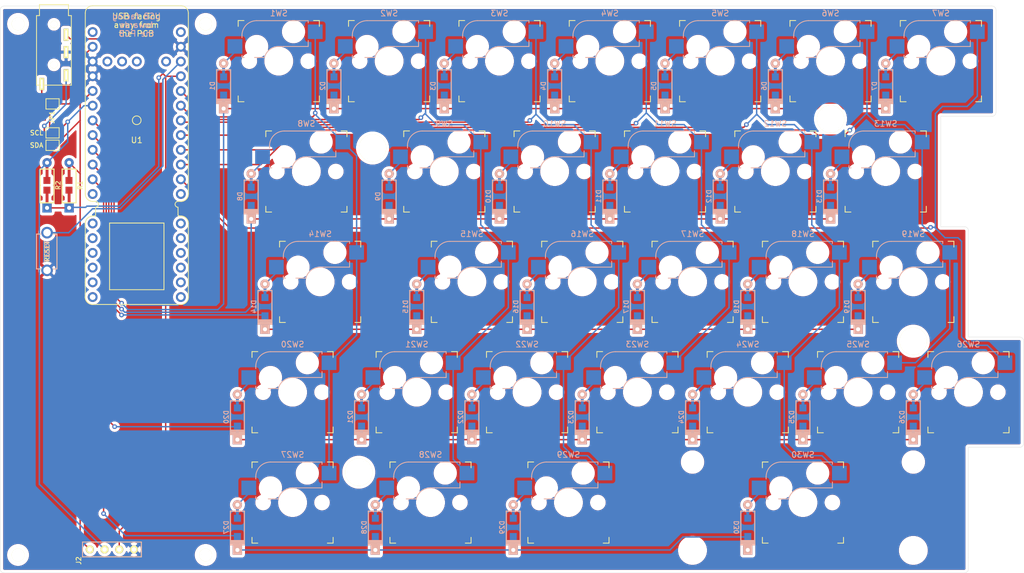
<source format=kicad_pcb>
(kicad_pcb (version 20171130) (host pcbnew "(5.1.6)-1")
  (layers (0 F.Cu signal) (31 B.Cu signal) (34 B.Paste user) (35 F.Paste user) (36 B.SilkS user) (37 F.SilkS user) (38 B.Mask user) (39 F.Mask user) (44 Edge.Cuts user))
  (net 0 "")
  (net 1 "Net-(D1-Pad2)")
  (net 2 row0)
  (net 3 "Net-(D2-Pad2)")
  (net 4 "Net-(D3-Pad2)")
  (net 5 "Net-(D4-Pad2)")
  (net 6 "Net-(D5-Pad2)")
  (net 7 "Net-(D6-Pad2)")
  (net 8 "Net-(D7-Pad2)")
  (net 9 "Net-(D8-Pad2)")
  (net 10 row1)
  (net 11 "Net-(D9-Pad2)")
  (net 12 "Net-(D10-Pad2)")
  (net 13 "Net-(D11-Pad2)")
  (net 14 "Net-(D12-Pad2)")
  (net 15 "Net-(D13-Pad2)")
  (net 16 "Net-(D14-Pad2)")
  (net 17 row2)
  (net 18 "Net-(D15-Pad2)")
  (net 19 "Net-(D16-Pad2)")
  (net 20 "Net-(D17-Pad2)")
  (net 21 "Net-(D18-Pad2)")
  (net 22 "Net-(D19-Pad2)")
  (net 23 "Net-(D20-Pad2)")
  (net 24 row3)
  (net 25 "Net-(D21-Pad2)")
  (net 26 "Net-(D22-Pad2)")
  (net 27 "Net-(D23-Pad2)")
  (net 28 "Net-(D24-Pad2)")
  (net 29 "Net-(D25-Pad2)")
  (net 30 "Net-(D26-Pad2)")
  (net 31 "Net-(D27-Pad2)")
  (net 32 row4)
  (net 33 "Net-(D28-Pad2)")
  (net 34 "Net-(D29-Pad2)")
  (net 35 "Net-(D30-Pad2)")
  (net 36 SDA)
  (net 37 SCL)
  (net 38 +5V)
  (net 39 DATA)
  (net 40 "Net-(J1-PadT)")
  (net 41 "Net-(J1-PadS)")
  (net 42 col0)
  (net 43 col1)
  (net 44 col2)
  (net 45 col3)
  (net 46 col4)
  (net 47 col5)
  (net 48 col6)
  (net 49 RESET)
  (net 50 "Net-(U1-PadRST)")
  (net 51 "Net-(U1-PadA13)")
  (net 52 "Net-(U1-PadB12)")
  (net 53 "Net-(U1-PadA14)")
  (net 54 "Net-(U1-PadB10)")
  (net 55 "Net-(U1-PadB11)")
  (net 56 "Net-(U1-PadB9)")
  (net 57 "Net-(U1-PadA3|5v)")
  (net 58 "Net-(U1-PadA4)")
  (net 59 "Net-(U1-PadA15)")
  (net 60 "Net-(U1-PadA6)")
  (net 61 "Net-(U1-PadA8)")
  (net 62 "Net-(U1-PadA7)")
  (net 63 "Net-(U1-PadA5)")
  (net 64 "Net-(U1-PadB0)")
  (net 65 "Net-(U1-PadCHRG)")
  (net 66 "Net-(U1-PadD-)")
  (net 67 "Net-(U1-PadD+)")
  (net 68 LED)
  (net 69 "Net-(U1-Pad5V)")
  (net 70 GND)
  (module footprints:KailhSocket-3U (layer F.Cu) (at 197.064 128.996)
    (fp_text reference SW30 (at 0 -8.255) (layer B.SilkS) (effects (justify mirror)))
    (fp_text value SW_PUSH)
    (pad "" np_thru_hole circle (at 19.05 8.255) (size 3.9878 3.9878) (drill 3.9878) (layers *.Cu *.Mask))
    (pad "" np_thru_hole circle (at -19.05 8.255) (size 3.9878 3.9878) (drill 3.9878) (layers *.Cu *.Mask))
    (pad "" np_thru_hole circle (at 19.05 -6.985) (size 3.048 3.048) (drill 3.048) (layers *.Cu *.Mask))
    (pad "" np_thru_hole circle (at -19.05 -6.985) (size 3.048 3.048) (drill 3.048) (layers *.Cu *.Mask))
    (pad 1 smd rect (at 6.29 -5.08) (size 2.55 2.5) (layers B.Cu B.Paste B.Mask) (net 46 col4))
    (pad "" np_thru_hole circle (at 2.54 -5.08) (size 3 3) (drill 3) (layers *.Cu *.Mask))
    (pad "" np_thru_hole circle (at -3.81 -2.54) (size 3 3) (drill 3) (layers *.Cu *.Mask))
    (pad "" np_thru_hole circle (at 0 0) (size 3.9878 3.9878) (drill 3.9878) (layers *.Cu *.Mask))
    (pad "" np_thru_hole circle (at 5.08 0) (size 1.7018 1.7018) (drill 1.7018) (layers *.Cu *.Mask))
    (pad "" np_thru_hole circle (at -5.08 0) (size 1.7018 1.7018) (drill 1.7018) (layers *.Cu *.Mask))
    (pad 2 smd rect (at -7.56 -2.54) (size 2.55 2.5) (layers B.Cu B.Paste B.Mask) (net 35 "Net-(D30-Pad2)"))
  )
  (module footprints:KailhSocket-1.25U (layer F.Cu) (at 156.604 128.996)
    (fp_text reference SW29 (at 0 -8.255) (layer B.SilkS) (effects (justify mirror)))
    (fp_text value SW_PUSH)
    (pad 1 smd rect (at 6.29 -5.08) (size 2.55 2.5) (layers B.Cu B.Paste B.Mask) (net 44 col2))
    (pad "" np_thru_hole circle (at 2.54 -5.08) (size 3 3) (drill 3) (layers *.Cu *.Mask))
    (pad "" np_thru_hole circle (at -3.81 -2.54) (size 3 3) (drill 3) (layers *.Cu *.Mask))
    (pad "" np_thru_hole circle (at 0 0) (size 3.9878 3.9878) (drill 3.9878) (layers *.Cu *.Mask))
    (pad "" np_thru_hole circle (at 5.08 0) (size 1.7018 1.7018) (drill 1.7018) (layers *.Cu *.Mask))
    (pad "" np_thru_hole circle (at -5.08 0) (size 1.7018 1.7018) (drill 1.7018) (layers *.Cu *.Mask))
    (pad 2 smd rect (at -7.56 -2.54) (size 2.55 2.5) (layers B.Cu B.Paste B.Mask) (net 34 "Net-(D29-Pad2)"))
  )
  (module footprints:KailhSocket-1.25U (layer F.Cu) (at 132.804 128.996)
    (fp_text reference SW28 (at 0 -8.255) (layer B.SilkS) (effects (justify mirror)))
    (fp_text value SW_PUSH)
    (pad 2 smd rect (at -7.56 -2.54) (size 2.55 2.5) (layers B.Cu B.Paste B.Mask) (net 33 "Net-(D28-Pad2)"))
    (pad "" np_thru_hole circle (at -5.08 0) (size 1.7018 1.7018) (drill 1.7018) (layers *.Cu *.Mask))
    (pad "" np_thru_hole circle (at 5.08 0) (size 1.7018 1.7018) (drill 1.7018) (layers *.Cu *.Mask))
    (pad "" np_thru_hole circle (at 0 0) (size 3.9878 3.9878) (drill 3.9878) (layers *.Cu *.Mask))
    (pad "" np_thru_hole circle (at -3.81 -2.54) (size 3 3) (drill 3) (layers *.Cu *.Mask))
    (pad "" np_thru_hole circle (at 2.54 -5.08) (size 3 3) (drill 3) (layers *.Cu *.Mask))
    (pad 1 smd rect (at 6.29 -5.08) (size 2.55 2.5) (layers B.Cu B.Paste B.Mask) (net 43 col1))
  )
  (module footprints:KailhSocket-1.25U (layer F.Cu) (at 109.004 128.996)
    (fp_text reference SW27 (at 0 -8.255) (layer B.SilkS) (effects (justify mirror)))
    (fp_text value SW_PUSH)
    (pad 2 smd rect (at -7.56 -2.54) (size 2.55 2.5) (layers B.Cu B.Paste B.Mask) (net 31 "Net-(D27-Pad2)"))
    (pad "" np_thru_hole circle (at -5.08 0) (size 1.7018 1.7018) (drill 1.7018) (layers *.Cu *.Mask))
    (pad "" np_thru_hole circle (at 5.08 0) (size 1.7018 1.7018) (drill 1.7018) (layers *.Cu *.Mask))
    (pad "" np_thru_hole circle (at 0 0) (size 3.9878 3.9878) (drill 3.9878) (layers *.Cu *.Mask))
    (pad "" np_thru_hole circle (at -3.81 -2.54) (size 3 3) (drill 3) (layers *.Cu *.Mask))
    (pad "" np_thru_hole circle (at 2.54 -5.08) (size 3 3) (drill 3) (layers *.Cu *.Mask))
    (pad 1 smd rect (at 6.29 -5.08) (size 2.55 2.5) (layers B.Cu B.Paste B.Mask) (net 42 col0))
  )
  (module footprints:KailhSocket-1U (layer F.Cu) (at 225.624 109.956)
    (fp_text reference SW26 (at 0 -8.255) (layer B.SilkS) (effects (justify mirror)))
    (fp_text value SW_PUSH)
    (pad 2 smd rect (at -7.56 -2.54) (size 2.55 2.5) (layers B.Cu B.Paste B.Mask) (net 30 "Net-(D26-Pad2)"))
    (pad "" np_thru_hole circle (at -5.08 0) (size 1.7018 1.7018) (drill 1.7018) (layers *.Cu *.Mask))
    (pad "" np_thru_hole circle (at 5.08 0) (size 1.7018 1.7018) (drill 1.7018) (layers *.Cu *.Mask))
    (pad "" np_thru_hole circle (at 0 0) (size 3.9878 3.9878) (drill 3.9878) (layers *.Cu *.Mask))
    (pad "" np_thru_hole circle (at -3.81 -2.54) (size 3 3) (drill 3) (layers *.Cu *.Mask))
    (pad "" np_thru_hole circle (at 2.54 -5.08) (size 3 3) (drill 3) (layers *.Cu *.Mask))
    (pad 1 smd rect (at 6.29 -5.08) (size 2.55 2.5) (layers B.Cu B.Paste B.Mask) (net 48 col6))
  )
  (module footprints:KailhSocket-1U (layer F.Cu) (at 206.584 109.956)
    (fp_text reference SW25 (at 0 -8.255) (layer B.SilkS) (effects (justify mirror)))
    (fp_text value SW_PUSH)
    (pad 1 smd rect (at 6.29 -5.08) (size 2.55 2.5) (layers B.Cu B.Paste B.Mask) (net 47 col5))
    (pad "" np_thru_hole circle (at 2.54 -5.08) (size 3 3) (drill 3) (layers *.Cu *.Mask))
    (pad "" np_thru_hole circle (at -3.81 -2.54) (size 3 3) (drill 3) (layers *.Cu *.Mask))
    (pad "" np_thru_hole circle (at 0 0) (size 3.9878 3.9878) (drill 3.9878) (layers *.Cu *.Mask))
    (pad "" np_thru_hole circle (at 5.08 0) (size 1.7018 1.7018) (drill 1.7018) (layers *.Cu *.Mask))
    (pad "" np_thru_hole circle (at -5.08 0) (size 1.7018 1.7018) (drill 1.7018) (layers *.Cu *.Mask))
    (pad 2 smd rect (at -7.56 -2.54) (size 2.55 2.5) (layers B.Cu B.Paste B.Mask) (net 29 "Net-(D25-Pad2)"))
  )
  (module footprints:KailhSocket-1U (layer F.Cu) (at 187.544 109.956)
    (fp_text reference SW24 (at 0 -8.255) (layer B.SilkS) (effects (justify mirror)))
    (fp_text value SW_PUSH)
    (pad 2 smd rect (at -7.56 -2.54) (size 2.55 2.5) (layers B.Cu B.Paste B.Mask) (net 28 "Net-(D24-Pad2)"))
    (pad "" np_thru_hole circle (at -5.08 0) (size 1.7018 1.7018) (drill 1.7018) (layers *.Cu *.Mask))
    (pad "" np_thru_hole circle (at 5.08 0) (size 1.7018 1.7018) (drill 1.7018) (layers *.Cu *.Mask))
    (pad "" np_thru_hole circle (at 0 0) (size 3.9878 3.9878) (drill 3.9878) (layers *.Cu *.Mask))
    (pad "" np_thru_hole circle (at -3.81 -2.54) (size 3 3) (drill 3) (layers *.Cu *.Mask))
    (pad "" np_thru_hole circle (at 2.54 -5.08) (size 3 3) (drill 3) (layers *.Cu *.Mask))
    (pad 1 smd rect (at 6.29 -5.08) (size 2.55 2.5) (layers B.Cu B.Paste B.Mask) (net 46 col4))
  )
  (module footprints:KailhSocket-1U (layer F.Cu) (at 168.504 109.956)
    (fp_text reference SW23 (at 0 -8.255) (layer B.SilkS) (effects (justify mirror)))
    (fp_text value SW_PUSH)
    (pad 1 smd rect (at 6.29 -5.08) (size 2.55 2.5) (layers B.Cu B.Paste B.Mask) (net 45 col3))
    (pad "" np_thru_hole circle (at 2.54 -5.08) (size 3 3) (drill 3) (layers *.Cu *.Mask))
    (pad "" np_thru_hole circle (at -3.81 -2.54) (size 3 3) (drill 3) (layers *.Cu *.Mask))
    (pad "" np_thru_hole circle (at 0 0) (size 3.9878 3.9878) (drill 3.9878) (layers *.Cu *.Mask))
    (pad "" np_thru_hole circle (at 5.08 0) (size 1.7018 1.7018) (drill 1.7018) (layers *.Cu *.Mask))
    (pad "" np_thru_hole circle (at -5.08 0) (size 1.7018 1.7018) (drill 1.7018) (layers *.Cu *.Mask))
    (pad 2 smd rect (at -7.56 -2.54) (size 2.55 2.5) (layers B.Cu B.Paste B.Mask) (net 27 "Net-(D23-Pad2)"))
  )
  (module footprints:KailhSocket-1U (layer F.Cu) (at 149.464 109.956)
    (fp_text reference SW22 (at 0 -8.255) (layer B.SilkS) (effects (justify mirror)))
    (fp_text value SW_PUSH)
    (pad 2 smd rect (at -7.56 -2.54) (size 2.55 2.5) (layers B.Cu B.Paste B.Mask) (net 26 "Net-(D22-Pad2)"))
    (pad "" np_thru_hole circle (at -5.08 0) (size 1.7018 1.7018) (drill 1.7018) (layers *.Cu *.Mask))
    (pad "" np_thru_hole circle (at 5.08 0) (size 1.7018 1.7018) (drill 1.7018) (layers *.Cu *.Mask))
    (pad "" np_thru_hole circle (at 0 0) (size 3.9878 3.9878) (drill 3.9878) (layers *.Cu *.Mask))
    (pad "" np_thru_hole circle (at -3.81 -2.54) (size 3 3) (drill 3) (layers *.Cu *.Mask))
    (pad "" np_thru_hole circle (at 2.54 -5.08) (size 3 3) (drill 3) (layers *.Cu *.Mask))
    (pad 1 smd rect (at 6.29 -5.08) (size 2.55 2.5) (layers B.Cu B.Paste B.Mask) (net 44 col2))
  )
  (module footprints:KailhSocket-1U (layer F.Cu) (at 130.424 109.956)
    (fp_text reference SW21 (at 0 -8.255) (layer B.SilkS) (effects (justify mirror)))
    (fp_text value SW_PUSH)
    (pad 1 smd rect (at 6.29 -5.08) (size 2.55 2.5) (layers B.Cu B.Paste B.Mask) (net 43 col1))
    (pad "" np_thru_hole circle (at 2.54 -5.08) (size 3 3) (drill 3) (layers *.Cu *.Mask))
    (pad "" np_thru_hole circle (at -3.81 -2.54) (size 3 3) (drill 3) (layers *.Cu *.Mask))
    (pad "" np_thru_hole circle (at 0 0) (size 3.9878 3.9878) (drill 3.9878) (layers *.Cu *.Mask))
    (pad "" np_thru_hole circle (at 5.08 0) (size 1.7018 1.7018) (drill 1.7018) (layers *.Cu *.Mask))
    (pad "" np_thru_hole circle (at -5.08 0) (size 1.7018 1.7018) (drill 1.7018) (layers *.Cu *.Mask))
    (pad 2 smd rect (at -7.56 -2.54) (size 2.55 2.5) (layers B.Cu B.Paste B.Mask) (net 25 "Net-(D21-Pad2)"))
  )
  (module footprints:KailhSocket-1.25U (layer F.Cu) (at 109.004 109.956)
    (fp_text reference SW20 (at 0 -8.255) (layer B.SilkS) (effects (justify mirror)))
    (fp_text value SW_PUSH)
    (pad 1 smd rect (at 6.29 -5.08) (size 2.55 2.5) (layers B.Cu B.Paste B.Mask) (net 42 col0))
    (pad "" np_thru_hole circle (at 2.54 -5.08) (size 3 3) (drill 3) (layers *.Cu *.Mask))
    (pad "" np_thru_hole circle (at -3.81 -2.54) (size 3 3) (drill 3) (layers *.Cu *.Mask))
    (pad "" np_thru_hole circle (at 0 0) (size 3.9878 3.9878) (drill 3.9878) (layers *.Cu *.Mask))
    (pad "" np_thru_hole circle (at 5.08 0) (size 1.7018 1.7018) (drill 1.7018) (layers *.Cu *.Mask))
    (pad "" np_thru_hole circle (at -5.08 0) (size 1.7018 1.7018) (drill 1.7018) (layers *.Cu *.Mask))
    (pad 2 smd rect (at -7.56 -2.54) (size 2.55 2.5) (layers B.Cu B.Paste B.Mask) (net 23 "Net-(D20-Pad2)"))
  )
  (module footprints:KailhSocket-1U (layer F.Cu) (at 216.104 90.916)
    (fp_text reference SW19 (at 0 -8.255) (layer B.SilkS) (effects (justify mirror)))
    (fp_text value SW_PUSH)
    (pad 2 smd rect (at -7.56 -2.54) (size 2.55 2.5) (layers B.Cu B.Paste B.Mask) (net 22 "Net-(D19-Pad2)"))
    (pad "" np_thru_hole circle (at -5.08 0) (size 1.7018 1.7018) (drill 1.7018) (layers *.Cu *.Mask))
    (pad "" np_thru_hole circle (at 5.08 0) (size 1.7018 1.7018) (drill 1.7018) (layers *.Cu *.Mask))
    (pad "" np_thru_hole circle (at 0 0) (size 3.9878 3.9878) (drill 3.9878) (layers *.Cu *.Mask))
    (pad "" np_thru_hole circle (at -3.81 -2.54) (size 3 3) (drill 3) (layers *.Cu *.Mask))
    (pad "" np_thru_hole circle (at 2.54 -5.08) (size 3 3) (drill 3) (layers *.Cu *.Mask))
    (pad 1 smd rect (at 6.29 -5.08) (size 2.55 2.5) (layers B.Cu B.Paste B.Mask) (net 47 col5))
  )
  (module footprints:KailhSocket-1U (layer F.Cu) (at 197.064 90.916)
    (fp_text reference SW18 (at 0 -8.255) (layer B.SilkS) (effects (justify mirror)))
    (fp_text value SW_PUSH)
    (pad 1 smd rect (at 6.29 -5.08) (size 2.55 2.5) (layers B.Cu B.Paste B.Mask) (net 46 col4))
    (pad "" np_thru_hole circle (at 2.54 -5.08) (size 3 3) (drill 3) (layers *.Cu *.Mask))
    (pad "" np_thru_hole circle (at -3.81 -2.54) (size 3 3) (drill 3) (layers *.Cu *.Mask))
    (pad "" np_thru_hole circle (at 0 0) (size 3.9878 3.9878) (drill 3.9878) (layers *.Cu *.Mask))
    (pad "" np_thru_hole circle (at 5.08 0) (size 1.7018 1.7018) (drill 1.7018) (layers *.Cu *.Mask))
    (pad "" np_thru_hole circle (at -5.08 0) (size 1.7018 1.7018) (drill 1.7018) (layers *.Cu *.Mask))
    (pad 2 smd rect (at -7.56 -2.54) (size 2.55 2.5) (layers B.Cu B.Paste B.Mask) (net 21 "Net-(D18-Pad2)"))
  )
  (module footprints:KailhSocket-1U (layer F.Cu) (at 178.024 90.916)
    (fp_text reference SW17 (at 0 -8.255) (layer B.SilkS) (effects (justify mirror)))
    (fp_text value SW_PUSH)
    (pad 2 smd rect (at -7.56 -2.54) (size 2.55 2.5) (layers B.Cu B.Paste B.Mask) (net 20 "Net-(D17-Pad2)"))
    (pad "" np_thru_hole circle (at -5.08 0) (size 1.7018 1.7018) (drill 1.7018) (layers *.Cu *.Mask))
    (pad "" np_thru_hole circle (at 5.08 0) (size 1.7018 1.7018) (drill 1.7018) (layers *.Cu *.Mask))
    (pad "" np_thru_hole circle (at 0 0) (size 3.9878 3.9878) (drill 3.9878) (layers *.Cu *.Mask))
    (pad "" np_thru_hole circle (at -3.81 -2.54) (size 3 3) (drill 3) (layers *.Cu *.Mask))
    (pad "" np_thru_hole circle (at 2.54 -5.08) (size 3 3) (drill 3) (layers *.Cu *.Mask))
    (pad 1 smd rect (at 6.29 -5.08) (size 2.55 2.5) (layers B.Cu B.Paste B.Mask) (net 45 col3))
  )
  (module footprints:KailhSocket-1.75U (layer F.Cu) (at 113.764 90.916)
    (fp_text reference SW14 (at 0 -8.255) (layer B.SilkS) (effects (justify mirror)))
    (fp_text value SW_PUSH)
    (pad 1 smd rect (at 6.29 -5.08) (size 2.55 2.5) (layers B.Cu B.Paste B.Mask) (net 42 col0))
    (pad "" np_thru_hole circle (at 2.54 -5.08) (size 3 3) (drill 3) (layers *.Cu *.Mask))
    (pad "" np_thru_hole circle (at -3.81 -2.54) (size 3 3) (drill 3) (layers *.Cu *.Mask))
    (pad "" np_thru_hole circle (at 0 0) (size 3.9878 3.9878) (drill 3.9878) (layers *.Cu *.Mask))
    (pad "" np_thru_hole circle (at 5.08 0) (size 1.7018 1.7018) (drill 1.7018) (layers *.Cu *.Mask))
    (pad "" np_thru_hole circle (at -5.08 0) (size 1.7018 1.7018) (drill 1.7018) (layers *.Cu *.Mask))
    (pad 2 smd rect (at -7.56 -2.54) (size 2.55 2.5) (layers B.Cu B.Paste B.Mask) (net 16 "Net-(D14-Pad2)"))
  )
  (module footprints:KailhSocket-1U (layer F.Cu) (at 211.344 71.876)
    (fp_text reference SW13 (at 0 -8.255) (layer B.SilkS) (effects (justify mirror)))
    (fp_text value SW_PUSH)
    (pad 1 smd rect (at 6.29 -5.08) (size 2.55 2.5) (layers B.Cu B.Paste B.Mask) (net 47 col5))
    (pad "" np_thru_hole circle (at 2.54 -5.08) (size 3 3) (drill 3) (layers *.Cu *.Mask))
    (pad "" np_thru_hole circle (at -3.81 -2.54) (size 3 3) (drill 3) (layers *.Cu *.Mask))
    (pad "" np_thru_hole circle (at 0 0) (size 3.9878 3.9878) (drill 3.9878) (layers *.Cu *.Mask))
    (pad "" np_thru_hole circle (at 5.08 0) (size 1.7018 1.7018) (drill 1.7018) (layers *.Cu *.Mask))
    (pad "" np_thru_hole circle (at -5.08 0) (size 1.7018 1.7018) (drill 1.7018) (layers *.Cu *.Mask))
    (pad 2 smd rect (at -7.56 -2.54) (size 2.55 2.5) (layers B.Cu B.Paste B.Mask) (net 15 "Net-(D13-Pad2)"))
  )
  (module footprints:KailhSocket-1U (layer F.Cu) (at 192.304 71.876)
    (fp_text reference SW12 (at 0 -8.255) (layer B.SilkS) (effects (justify mirror)))
    (fp_text value SW_PUSH)
    (pad 1 smd rect (at 6.29 -5.08) (size 2.55 2.5) (layers B.Cu B.Paste B.Mask) (net 46 col4))
    (pad "" np_thru_hole circle (at 2.54 -5.08) (size 3 3) (drill 3) (layers *.Cu *.Mask))
    (pad "" np_thru_hole circle (at -3.81 -2.54) (size 3 3) (drill 3) (layers *.Cu *.Mask))
    (pad "" np_thru_hole circle (at 0 0) (size 3.9878 3.9878) (drill 3.9878) (layers *.Cu *.Mask))
    (pad "" np_thru_hole circle (at 5.08 0) (size 1.7018 1.7018) (drill 1.7018) (layers *.Cu *.Mask))
    (pad "" np_thru_hole circle (at -5.08 0) (size 1.7018 1.7018) (drill 1.7018) (layers *.Cu *.Mask))
    (pad 2 smd rect (at -7.56 -2.54) (size 2.55 2.5) (layers B.Cu B.Paste B.Mask) (net 14 "Net-(D12-Pad2)"))
  )
  (module footprints:KailhSocket-1U (layer F.Cu) (at 220.864 52.836)
    (fp_text reference SW7 (at 0 -8.255) (layer B.SilkS) (effects (justify mirror)))
    (fp_text value SW_PUSH)
    (pad 1 smd rect (at 6.29 -5.08) (size 2.55 2.5) (layers B.Cu B.Paste B.Mask) (net 48 col6))
    (pad "" np_thru_hole circle (at 2.54 -5.08) (size 3 3) (drill 3) (layers *.Cu *.Mask))
    (pad "" np_thru_hole circle (at -3.81 -2.54) (size 3 3) (drill 3) (layers *.Cu *.Mask))
    (pad "" np_thru_hole circle (at 0 0) (size 3.9878 3.9878) (drill 3.9878) (layers *.Cu *.Mask))
    (pad "" np_thru_hole circle (at 5.08 0) (size 1.7018 1.7018) (drill 1.7018) (layers *.Cu *.Mask))
    (pad "" np_thru_hole circle (at -5.08 0) (size 1.7018 1.7018) (drill 1.7018) (layers *.Cu *.Mask))
    (pad 2 smd rect (at -7.56 -2.54) (size 2.55 2.5) (layers B.Cu B.Paste B.Mask) (net 8 "Net-(D7-Pad2)"))
  )
  (module footprints:KailhSocket-1U (layer F.Cu) (at 173.264 71.876)
    (fp_text reference SW11 (at 0 -8.255) (layer B.SilkS) (effects (justify mirror)))
    (fp_text value SW_PUSH)
    (pad 2 smd rect (at -7.56 -2.54) (size 2.55 2.5) (layers B.Cu B.Paste B.Mask) (net 13 "Net-(D11-Pad2)"))
    (pad "" np_thru_hole circle (at -5.08 0) (size 1.7018 1.7018) (drill 1.7018) (layers *.Cu *.Mask))
    (pad "" np_thru_hole circle (at 5.08 0) (size 1.7018 1.7018) (drill 1.7018) (layers *.Cu *.Mask))
    (pad "" np_thru_hole circle (at 0 0) (size 3.9878 3.9878) (drill 3.9878) (layers *.Cu *.Mask))
    (pad "" np_thru_hole circle (at -3.81 -2.54) (size 3 3) (drill 3) (layers *.Cu *.Mask))
    (pad "" np_thru_hole circle (at 2.54 -5.08) (size 3 3) (drill 3) (layers *.Cu *.Mask))
    (pad 1 smd rect (at 6.29 -5.08) (size 2.55 2.5) (layers B.Cu B.Paste B.Mask) (net 45 col3))
  )
  (module footprints:KailhSocket-1U (layer F.Cu) (at 154.224 71.876)
    (fp_text reference SW10 (at 0 -8.255) (layer B.SilkS) (effects (justify mirror)))
    (fp_text value SW_PUSH)
    (pad 1 smd rect (at 6.29 -5.08) (size 2.55 2.5) (layers B.Cu B.Paste B.Mask) (net 44 col2))
    (pad "" np_thru_hole circle (at 2.54 -5.08) (size 3 3) (drill 3) (layers *.Cu *.Mask))
    (pad "" np_thru_hole circle (at -3.81 -2.54) (size 3 3) (drill 3) (layers *.Cu *.Mask))
    (pad "" np_thru_hole circle (at 0 0) (size 3.9878 3.9878) (drill 3.9878) (layers *.Cu *.Mask))
    (pad "" np_thru_hole circle (at 5.08 0) (size 1.7018 1.7018) (drill 1.7018) (layers *.Cu *.Mask))
    (pad "" np_thru_hole circle (at -5.08 0) (size 1.7018 1.7018) (drill 1.7018) (layers *.Cu *.Mask))
    (pad 2 smd rect (at -7.56 -2.54) (size 2.55 2.5) (layers B.Cu B.Paste B.Mask) (net 12 "Net-(D10-Pad2)"))
  )
  (module footprints:KailhSocket-1U (layer F.Cu) (at 135.184 71.876)
    (fp_text reference SW9 (at 0 -8.255) (layer B.SilkS) (effects (justify mirror)))
    (fp_text value SW_PUSH)
    (pad 2 smd rect (at -7.56 -2.54) (size 2.55 2.5) (layers B.Cu B.Paste B.Mask) (net 11 "Net-(D9-Pad2)"))
    (pad "" np_thru_hole circle (at -5.08 0) (size 1.7018 1.7018) (drill 1.7018) (layers *.Cu *.Mask))
    (pad "" np_thru_hole circle (at 5.08 0) (size 1.7018 1.7018) (drill 1.7018) (layers *.Cu *.Mask))
    (pad "" np_thru_hole circle (at 0 0) (size 3.9878 3.9878) (drill 3.9878) (layers *.Cu *.Mask))
    (pad "" np_thru_hole circle (at -3.81 -2.54) (size 3 3) (drill 3) (layers *.Cu *.Mask))
    (pad "" np_thru_hole circle (at 2.54 -5.08) (size 3 3) (drill 3) (layers *.Cu *.Mask))
    (pad 1 smd rect (at 6.29 -5.08) (size 2.55 2.5) (layers B.Cu B.Paste B.Mask) (net 43 col1))
  )
  (module footprints:KailhSocket-1U (layer F.Cu) (at 158.984 90.916)
    (fp_text reference SW16 (at 0 -8.255) (layer B.SilkS) (effects (justify mirror)))
    (fp_text value SW_PUSH)
    (pad 1 smd rect (at 6.29 -5.08) (size 2.55 2.5) (layers B.Cu B.Paste B.Mask) (net 44 col2))
    (pad "" np_thru_hole circle (at 2.54 -5.08) (size 3 3) (drill 3) (layers *.Cu *.Mask))
    (pad "" np_thru_hole circle (at -3.81 -2.54) (size 3 3) (drill 3) (layers *.Cu *.Mask))
    (pad "" np_thru_hole circle (at 0 0) (size 3.9878 3.9878) (drill 3.9878) (layers *.Cu *.Mask))
    (pad "" np_thru_hole circle (at 5.08 0) (size 1.7018 1.7018) (drill 1.7018) (layers *.Cu *.Mask))
    (pad "" np_thru_hole circle (at -5.08 0) (size 1.7018 1.7018) (drill 1.7018) (layers *.Cu *.Mask))
    (pad 2 smd rect (at -7.56 -2.54) (size 2.55 2.5) (layers B.Cu B.Paste B.Mask) (net 19 "Net-(D16-Pad2)"))
  )
  (module footprints:KailhSocket-1U (layer F.Cu) (at 139.944 90.916)
    (fp_text reference SW15 (at 0 -8.255) (layer B.SilkS) (effects (justify mirror)))
    (fp_text value SW_PUSH)
    (pad 2 smd rect (at -7.56 -2.54) (size 2.55 2.5) (layers B.Cu B.Paste B.Mask) (net 18 "Net-(D15-Pad2)"))
    (pad "" np_thru_hole circle (at -5.08 0) (size 1.7018 1.7018) (drill 1.7018) (layers *.Cu *.Mask))
    (pad "" np_thru_hole circle (at 5.08 0) (size 1.7018 1.7018) (drill 1.7018) (layers *.Cu *.Mask))
    (pad "" np_thru_hole circle (at 0 0) (size 3.9878 3.9878) (drill 3.9878) (layers *.Cu *.Mask))
    (pad "" np_thru_hole circle (at -3.81 -2.54) (size 3 3) (drill 3) (layers *.Cu *.Mask))
    (pad "" np_thru_hole circle (at 2.54 -5.08) (size 3 3) (drill 3) (layers *.Cu *.Mask))
    (pad 1 smd rect (at 6.29 -5.08) (size 2.55 2.5) (layers B.Cu B.Paste B.Mask) (net 43 col1))
  )
  (module footprints:KailhSocket-1.5U (layer F.Cu) (at 111.384 71.876)
    (fp_text reference SW8 (at 0 -8.255) (layer B.SilkS) (effects (justify mirror)))
    (fp_text value SW_PUSH)
    (pad 1 smd rect (at 6.29 -5.08) (size 2.55 2.5) (layers B.Cu B.Paste B.Mask) (net 42 col0))
    (pad "" np_thru_hole circle (at 2.54 -5.08) (size 3 3) (drill 3) (layers *.Cu *.Mask))
    (pad "" np_thru_hole circle (at -3.81 -2.54) (size 3 3) (drill 3) (layers *.Cu *.Mask))
    (pad "" np_thru_hole circle (at 0 0) (size 3.9878 3.9878) (drill 3.9878) (layers *.Cu *.Mask))
    (pad "" np_thru_hole circle (at 5.08 0) (size 1.7018 1.7018) (drill 1.7018) (layers *.Cu *.Mask))
    (pad "" np_thru_hole circle (at -5.08 0) (size 1.7018 1.7018) (drill 1.7018) (layers *.Cu *.Mask))
    (pad 2 smd rect (at -7.56 -2.54) (size 2.55 2.5) (layers B.Cu B.Paste B.Mask) (net 9 "Net-(D8-Pad2)"))
  )
  (module footprints:KailhSocket-1U (layer F.Cu) (at 201.824 52.836)
    (fp_text reference SW6 (at 0 -8.255) (layer B.SilkS) (effects (justify mirror)))
    (fp_text value SW_PUSH)
    (pad 2 smd rect (at -7.56 -2.54) (size 2.55 2.5) (layers B.Cu B.Paste B.Mask) (net 7 "Net-(D6-Pad2)"))
    (pad "" np_thru_hole circle (at -5.08 0) (size 1.7018 1.7018) (drill 1.7018) (layers *.Cu *.Mask))
    (pad "" np_thru_hole circle (at 5.08 0) (size 1.7018 1.7018) (drill 1.7018) (layers *.Cu *.Mask))
    (pad "" np_thru_hole circle (at 0 0) (size 3.9878 3.9878) (drill 3.9878) (layers *.Cu *.Mask))
    (pad "" np_thru_hole circle (at -3.81 -2.54) (size 3 3) (drill 3) (layers *.Cu *.Mask))
    (pad "" np_thru_hole circle (at 2.54 -5.08) (size 3 3) (drill 3) (layers *.Cu *.Mask))
    (pad 1 smd rect (at 6.29 -5.08) (size 2.55 2.5) (layers B.Cu B.Paste B.Mask) (net 47 col5))
  )
  (module footprints:KailhSocket-1U (layer F.Cu) (at 182.784 52.836)
    (fp_text reference SW5 (at 0 -8.255) (layer B.SilkS) (effects (justify mirror)))
    (fp_text value SW_PUSH)
    (pad 1 smd rect (at 6.29 -5.08) (size 2.55 2.5) (layers B.Cu B.Paste B.Mask) (net 46 col4))
    (pad "" np_thru_hole circle (at 2.54 -5.08) (size 3 3) (drill 3) (layers *.Cu *.Mask))
    (pad "" np_thru_hole circle (at -3.81 -2.54) (size 3 3) (drill 3) (layers *.Cu *.Mask))
    (pad "" np_thru_hole circle (at 0 0) (size 3.9878 3.9878) (drill 3.9878) (layers *.Cu *.Mask))
    (pad "" np_thru_hole circle (at 5.08 0) (size 1.7018 1.7018) (drill 1.7018) (layers *.Cu *.Mask))
    (pad "" np_thru_hole circle (at -5.08 0) (size 1.7018 1.7018) (drill 1.7018) (layers *.Cu *.Mask))
    (pad 2 smd rect (at -7.56 -2.54) (size 2.55 2.5) (layers B.Cu B.Paste B.Mask) (net 6 "Net-(D5-Pad2)"))
  )
  (module footprints:KailhSocket-1U (layer F.Cu) (at 163.744 52.836)
    (fp_text reference SW4 (at 0 -8.255) (layer B.SilkS) (effects (justify mirror)))
    (fp_text value SW_PUSH)
    (pad 2 smd rect (at -7.56 -2.54) (size 2.55 2.5) (layers B.Cu B.Paste B.Mask) (net 5 "Net-(D4-Pad2)"))
    (pad "" np_thru_hole circle (at -5.08 0) (size 1.7018 1.7018) (drill 1.7018) (layers *.Cu *.Mask))
    (pad "" np_thru_hole circle (at 5.08 0) (size 1.7018 1.7018) (drill 1.7018) (layers *.Cu *.Mask))
    (pad "" np_thru_hole circle (at 0 0) (size 3.9878 3.9878) (drill 3.9878) (layers *.Cu *.Mask))
    (pad "" np_thru_hole circle (at -3.81 -2.54) (size 3 3) (drill 3) (layers *.Cu *.Mask))
    (pad "" np_thru_hole circle (at 2.54 -5.08) (size 3 3) (drill 3) (layers *.Cu *.Mask))
    (pad 1 smd rect (at 6.29 -5.08) (size 2.55 2.5) (layers B.Cu B.Paste B.Mask) (net 45 col3))
  )
  (module footprints:KailhSocket-1U (layer F.Cu) (at 144.704 52.836)
    (fp_text reference SW3 (at 0 -8.255) (layer B.SilkS) (effects (justify mirror)))
    (fp_text value SW_PUSH)
    (pad 1 smd rect (at 6.29 -5.08) (size 2.55 2.5) (layers B.Cu B.Paste B.Mask) (net 44 col2))
    (pad "" np_thru_hole circle (at 2.54 -5.08) (size 3 3) (drill 3) (layers *.Cu *.Mask))
    (pad "" np_thru_hole circle (at -3.81 -2.54) (size 3 3) (drill 3) (layers *.Cu *.Mask))
    (pad "" np_thru_hole circle (at 0 0) (size 3.9878 3.9878) (drill 3.9878) (layers *.Cu *.Mask))
    (pad "" np_thru_hole circle (at 5.08 0) (size 1.7018 1.7018) (drill 1.7018) (layers *.Cu *.Mask))
    (pad "" np_thru_hole circle (at -5.08 0) (size 1.7018 1.7018) (drill 1.7018) (layers *.Cu *.Mask))
    (pad 2 smd rect (at -7.56 -2.54) (size 2.55 2.5) (layers B.Cu B.Paste B.Mask) (net 4 "Net-(D3-Pad2)"))
  )
  (module footprints:KailhSocket-1U (layer F.Cu) (at 125.664 52.836)
    (fp_text reference SW2 (at 0 -8.255) (layer B.SilkS) (effects (justify mirror)))
    (fp_text value SW_PUSH)
    (pad 2 smd rect (at -7.56 -2.54) (size 2.55 2.5) (layers B.Cu B.Paste B.Mask) (net 3 "Net-(D2-Pad2)"))
    (pad "" np_thru_hole circle (at -5.08 0) (size 1.7018 1.7018) (drill 1.7018) (layers *.Cu *.Mask))
    (pad "" np_thru_hole circle (at 5.08 0) (size 1.7018 1.7018) (drill 1.7018) (layers *.Cu *.Mask))
    (pad "" np_thru_hole circle (at 0 0) (size 3.9878 3.9878) (drill 3.9878) (layers *.Cu *.Mask))
    (pad "" np_thru_hole circle (at -3.81 -2.54) (size 3 3) (drill 3) (layers *.Cu *.Mask))
    (pad "" np_thru_hole circle (at 2.54 -5.08) (size 3 3) (drill 3) (layers *.Cu *.Mask))
    (pad 1 smd rect (at 6.29 -5.08) (size 2.55 2.5) (layers B.Cu B.Paste B.Mask) (net 43 col1))
  )
  (module footprints:KailhSocket-1U (layer F.Cu) (at 106.624 52.836)
    (fp_text reference SW1 (at 0 -8.255) (layer B.SilkS) (effects (justify mirror)))
    (fp_text value SW_PUSH)
    (pad 1 smd rect (at 6.29 -5.08) (size 2.55 2.5) (layers B.Cu B.Paste B.Mask) (net 42 col0))
    (pad "" np_thru_hole circle (at 2.54 -5.08) (size 3 3) (drill 3) (layers *.Cu *.Mask))
    (pad "" np_thru_hole circle (at -3.81 -2.54) (size 3 3) (drill 3) (layers *.Cu *.Mask))
    (pad "" np_thru_hole circle (at 0 0) (size 3.9878 3.9878) (drill 3.9878) (layers *.Cu *.Mask))
    (pad "" np_thru_hole circle (at 5.08 0) (size 1.7018 1.7018) (drill 1.7018) (layers *.Cu *.Mask))
    (pad "" np_thru_hole circle (at -5.08 0) (size 1.7018 1.7018) (drill 1.7018) (layers *.Cu *.Mask))
    (pad 2 smd rect (at -7.56 -2.54) (size 2.55 2.5) (layers B.Cu B.Paste B.Mask) (net 1 "Net-(D1-Pad2)"))
  )
  (module footprints:HOLE_M2_TH (layer F.Cu) (at 216.104 101.15)
    (fp_text reference HOLE_3M hide)
    (fp_text value VAL** hide)
    (pad "" np_thru_hole circle (at 0 0 90) (size 4.7004 4.7004) (drill 4.7004) (layers *.Cu *.Mask F.SilkS) (clearance 0.3))
  )
  (module footprints:HOLE_M2_TH (layer F.Cu) (at 201.824 62.832)
    (fp_text reference HOLE_3M hide)
    (fp_text value VAL** hide)
    (pad "" np_thru_hole circle (at 0 0 90) (size 4.7004 4.7004) (drill 4.7004) (layers *.Cu *.Mask F.SilkS) (clearance 0.3))
  )
  (module footprints:HOLE_M2_TH (layer F.Cu) (at 120.428 123.76)
    (fp_text reference HOLE_3M hide)
    (fp_text value VAL** hide)
    (pad "" np_thru_hole circle (at 0 0 90) (size 4.7004 4.7004) (drill 4.7004) (layers *.Cu *.Mask F.SilkS) (clearance 0.3))
  )
  (module footprints:HOLE_M2_TH (layer F.Cu) (at 122.808 67.83)
    (fp_text reference HOLE_3M hide)
    (fp_text value VAL** hide)
    (pad "" np_thru_hole circle (at 0 0 90) (size 4.7004 4.7004) (drill 4.7004) (layers *.Cu *.Mask F.SilkS) (clearance 0.3))
  )
  (module footprints:HOLE_M2 (layer F.Cu) (at 94.01 138.04)
    (fp_text reference HOLE_M2 hide)
    (fp_text value VAL** hide)
    (pad "" np_thru_hole circle (at 0 0) (size 2.2 2.2) (drill 2.2) (layers *.Cu *.Mask F.SilkS) (clearance 0.8))
  )
  (module footprints:HOLE_M2 (layer F.Cu) (at 94.01 46.41)
    (fp_text reference HOLE_M2 hide)
    (fp_text value VAL** hide)
    (pad "" np_thru_hole circle (at 0 0) (size 2.2 2.2) (drill 2.2) (layers *.Cu *.Mask F.SilkS) (clearance 0.8))
  )
  (module footprints:HOLE_M2 (layer F.Cu) (at 61.642 46.41)
    (fp_text reference HOLE_M2 hide)
    (fp_text value VAL** hide)
    (pad "" np_thru_hole circle (at 0 0) (size 2.2 2.2) (drill 2.2) (layers *.Cu *.Mask F.SilkS) (clearance 0.8))
  )
  (module footprints:HOLE_M2 (layer F.Cu) (at 61.642 138.04)
    (fp_text reference HOLE_M2 hide)
    (fp_text value VAL** hide)
    (pad "" np_thru_hole circle (at 0 0) (size 2.2 2.2) (drill 2.2) (layers *.Cu *.Mask F.SilkS) (clearance 0.8))
  )
  (module footprints:proton_c (layer F.Cu) (at 82.11 63.07)
    (fp_text reference U1 (at 0.01 3.39) (layer F.SilkS))
    (fp_text value proton_c)
    (fp_text user "the PCB" (at -0.05 -14.98) (layer B.SilkS) (effects (justify mirror)))
    (fp_text user "away from" (at -0.05 -16.48) (layer F.SilkS))
    (fp_text user "the PCB" (at -0.05 -14.98) (layer F.SilkS))
    (fp_text user towards (at -0.05 -16.48) (layer B.SilkS) (effects (justify mirror)))
    (fp_text user "USB facing" (at -0.05 -17.98) (layer B.SilkS) (effects (justify mirror)))
    (fp_text user "USB facing" (at -0.05 -17.98) (layer F.SilkS))
    (pad RST thru_hole circle (at 7.615 30.47) (size 1.7 1.7) (drill 1) (layers *.Cu *.Mask) (net 50 "Net-(U1-PadRST)"))
    (pad A13 thru_hole circle (at 7.615 27.93) (size 1.7 1.7) (drill 1) (layers *.Cu *.Mask) (net 51 "Net-(U1-PadA13)"))
    (pad B12 thru_hole circle (at 7.615 22.85) (size 1.7 1.7) (drill 1) (layers *.Cu *.Mask) (net 52 "Net-(U1-PadB12)"))
    (pad A14 thru_hole circle (at 7.615 25.39) (size 1.7 1.7) (drill 1) (layers *.Cu *.Mask) (net 53 "Net-(U1-PadA14)"))
    (pad B10 thru_hole circle (at 7.615 17.77) (size 1.7 1.7) (drill 1) (layers *.Cu *.Mask) (net 54 "Net-(U1-PadB10)"))
    (pad B11 thru_hole circle (at 7.615 20.31) (size 1.7 1.7) (drill 1) (layers *.Cu *.Mask) (net 55 "Net-(U1-PadB11)"))
    (pad B9 thru_hole circle (at 7.615 12.69) (size 1.7 1.7) (drill 1) (layers *.Cu *.Mask) (net 56 "Net-(U1-PadB9)"))
    (pad B13 thru_hole circle (at 7.615 5.07) (size 1.7 1.7) (drill 1) (layers *.Cu *.Mask) (net 46 col4))
    (pad B15 thru_hole circle (at 7.615 10.15) (size 1.7 1.7) (drill 1) (layers *.Cu *.Mask) (net 48 col6))
    (pad B14 thru_hole circle (at 7.615 7.61) (size 1.7 1.7) (drill 1) (layers *.Cu *.Mask) (net 47 col5))
    (pad B8 thru_hole circle (at 7.615 2.53) (size 1.7 1.7) (drill 1) (layers *.Cu *.Mask) (net 45 col3))
    (pad A0 thru_hole circle (at 7.615 -0.01) (size 1.7 1.7) (drill 1) (layers *.Cu *.Mask) (net 44 col2))
    (pad A1 thru_hole circle (at 7.615 -2.55) (size 1.7 1.7) (drill 1) (layers *.Cu *.Mask) (net 43 col1))
    (pad 3.3V thru_hole circle (at 7.615 -7.63) (size 1.7 1.7) (drill 1) (layers *.Cu *.Mask) (net 38 +5V))
    (pad A3|5v thru_hole circle (at 5.075 -10.17) (size 1.7 1.7) (drill 1) (layers *.Cu *.Mask) (net 57 "Net-(U1-PadA3|5v)"))
    (pad A2 thru_hole circle (at 7.615 -5.09) (size 1.7 1.7) (drill 1) (layers *.Cu *.Mask) (net 42 col0))
    (pad DFU thru_hole circle (at 7.615 -10.17) (size 1.7 1.7) (drill 1) (layers *.Cu *.Mask) (net 49 RESET))
    (pad GND thru_hole circle (at 7.615 -12.71) (size 1.7 1.7) (drill 1) (layers *.Cu *.Mask) (net 70 GND))
    (pad A4 thru_hole circle (at -7.6 17.77) (size 1.7 1.7) (drill 1) (layers *.Cu *.Mask) (net 58 "Net-(U1-PadA4)"))
    (pad A15 thru_hole circle (at -7.6 30.47) (size 1.7 1.7) (drill 1) (layers *.Cu *.Mask) (net 59 "Net-(U1-PadA15)"))
    (pad A6 thru_hole circle (at -7.6 22.85) (size 1.7 1.7) (drill 1) (layers *.Cu *.Mask) (net 60 "Net-(U1-PadA6)"))
    (pad A8 thru_hole circle (at -7.6 27.93) (size 1.7 1.7) (drill 1) (layers *.Cu *.Mask) (net 61 "Net-(U1-PadA8)"))
    (pad A7 thru_hole circle (at -7.6 25.39) (size 1.7 1.7) (drill 1) (layers *.Cu *.Mask) (net 62 "Net-(U1-PadA7)"))
    (pad A5 thru_hole circle (at -7.6 20.31) (size 1.7 1.7) (drill 1) (layers *.Cu *.Mask) (net 63 "Net-(U1-PadA5)"))
    (pad B0 thru_hole circle (at -7.6 12.69) (size 1.7 1.7) (drill 1) (layers *.Cu *.Mask) (net 64 "Net-(U1-PadB0)"))
    (pad B1 thru_hole circle (at -7.6 10.15) (size 1.7 1.7) (drill 1) (layers *.Cu *.Mask) (net 32 row4))
    (pad B2 thru_hole circle (at -7.6 7.61) (size 1.7 1.7) (drill 1) (layers *.Cu *.Mask) (net 24 row3))
    (pad B3 thru_hole circle (at -7.6 5.07) (size 1.7 1.7) (drill 1) (layers *.Cu *.Mask) (net 17 row2))
    (pad B4 thru_hole circle (at -7.6 2.53) (size 1.7 1.7) (drill 1) (layers *.Cu *.Mask) (net 10 row1))
    (pad B5 thru_hole circle (at -7.6 -0.01) (size 1.7 1.7) (drill 1) (layers *.Cu *.Mask) (net 2 row0))
    (pad CHRG thru_hole circle (at 0.02 -10.17) (size 1.7 1.7) (drill 1) (layers *.Cu *.Mask) (net 65 "Net-(U1-PadCHRG)"))
    (pad D- thru_hole circle (at -2.52 -10.17) (size 1.7 1.7) (drill 1) (layers *.Cu *.Mask) (net 66 "Net-(U1-PadD-)"))
    (pad B6 thru_hole circle (at -7.6 -2.55) (size 1.7 1.7) (drill 1) (layers *.Cu *.Mask) (net 37 SCL))
    (pad B7 thru_hole circle (at -7.6 -5.09) (size 1.7 1.7) (drill 1) (layers *.Cu *.Mask) (net 36 SDA))
    (pad GND thru_hole circle (at -7.6 -7.63) (size 1.7 1.7) (drill 1) (layers *.Cu *.Mask) (net 70 GND))
    (pad GND thru_hole circle (at -7.6 -10.17) (size 1.7 1.7) (drill 1) (layers *.Cu *.Mask) (net 70 GND))
    (pad D+ thru_hole circle (at -5.06 -10.17) (size 1.7 1.7) (drill 1) (layers *.Cu *.Mask) (net 67 "Net-(U1-PadD+)"))
    (pad A9 thru_hole circle (at -7.6 -15.25) (size 1.7 1.7) (drill 1) (layers *.Cu *.Mask) (net 68 LED))
    (pad A10 thru_hole circle (at -7.6 -12.71) (size 1.7 1.7) (drill 1) (layers *.Cu *.Mask) (net 39 DATA))
    (pad 5V thru_hole circle (at 7.615 -15.25) (size 1.7 1.7) (drill 1) (layers *.Cu *.Mask) (net 69 "Net-(U1-Pad5V)"))
  )
  (module footprints:TRRS_JACK_MJ4PP9 (layer F.Cu) (at 67.83 44.982)
    (fp_text reference J1 hide)
    (fp_text value Jack4 hide)
    (pad "" np_thru_hole circle (at 0 1.5) (size 1.2 1.2) (drill 1.2) (layers *.Cu *.Mask F.SilkS))
    (pad "" np_thru_hole circle (at 0 8.5) (size 1.2 1.2) (drill 1.2) (layers *.Cu *.Mask F.SilkS))
    (pad R1 thru_hole rect (at 2.1 3.3) (size 0.8 2.1) (drill oval 0.3 1.6) (layers *.Cu *.Mask F.SilkS) (net 38 +5V) (clearance 0.15))
    (pad R2 thru_hole rect (at 2.1 6.3) (size 0.8 2.1) (drill oval 0.3 1.6) (layers *.Cu *.Mask F.SilkS) (net 70 GND) (clearance 0.15))
    (pad S thru_hole rect (at 2.1 10.3) (size 0.8 2.1) (drill oval 0.3 1.6) (layers *.Cu *.Mask F.SilkS) (net 41 "Net-(J1-PadS)") (clearance 0.15))
    (pad T thru_hole rect (at -2.1 11.8) (size 0.8 2.1) (drill oval 0.3 1.6) (layers *.Cu *.Mask F.SilkS) (net 40 "Net-(J1-PadT)") (clearance 0.15))
  )
  (module footprints:D_SOD123_axial (layer B.Cu) (at 97.104 57.12 90)
    (fp_text reference D1 (at 0 -1.925 270) (layer B.SilkS) (effects (font (size 0.8 0.8)) (justify mirror)))
    (fp_text value D hide)
    (pad 2 smd rect (at 2.7 0 90) (size 2.5 0.5) (layers B.Cu) (net 1 "Net-(D1-Pad2)"))
    (pad 1 smd rect (at -2.7 0 90) (size 2.5 0.5) (layers B.Cu) (net 2 row0))
    (pad 2 thru_hole circle (at 3.9 0 90) (size 1.6 1.6) (drill 0.7) (layers *.Cu *.Mask B.SilkS) (net 1 "Net-(D1-Pad2)"))
    (pad 1 thru_hole rect (at -3.9 0 90) (size 1.6 1.6) (drill 0.7) (layers *.Cu *.Mask B.SilkS) (net 2 row0))
    (pad 1 smd rect (at -1.575 0 90) (size 1.2 1.2) (layers B.Cu B.Paste B.Mask) (net 2 row0))
    (pad 2 smd rect (at 1.575 0 90) (size 1.2 1.2) (layers B.Cu B.Paste B.Mask) (net 1 "Net-(D1-Pad2)"))
  )
  (module footprints:D_SOD123_axial (layer B.Cu) (at 116.144 57.12 90)
    (fp_text reference D2 (at 0 -1.925 270) (layer B.SilkS) (effects (font (size 0.8 0.8)) (justify mirror)))
    (fp_text value D hide)
    (pad 2 smd rect (at 2.7 0 90) (size 2.5 0.5) (layers B.Cu) (net 3 "Net-(D2-Pad2)"))
    (pad 1 smd rect (at -2.7 0 90) (size 2.5 0.5) (layers B.Cu) (net 2 row0))
    (pad 2 thru_hole circle (at 3.9 0 90) (size 1.6 1.6) (drill 0.7) (layers *.Cu *.Mask B.SilkS) (net 3 "Net-(D2-Pad2)"))
    (pad 1 thru_hole rect (at -3.9 0 90) (size 1.6 1.6) (drill 0.7) (layers *.Cu *.Mask B.SilkS) (net 2 row0))
    (pad 1 smd rect (at -1.575 0 90) (size 1.2 1.2) (layers B.Cu B.Paste B.Mask) (net 2 row0))
    (pad 2 smd rect (at 1.575 0 90) (size 1.2 1.2) (layers B.Cu B.Paste B.Mask) (net 3 "Net-(D2-Pad2)"))
  )
  (module footprints:D_SOD123_axial (layer B.Cu) (at 135.184 57.12 90)
    (fp_text reference D3 (at 0 -1.925 270) (layer B.SilkS) (effects (font (size 0.8 0.8)) (justify mirror)))
    (fp_text value D hide)
    (pad 2 smd rect (at 1.575 0 90) (size 1.2 1.2) (layers B.Cu B.Paste B.Mask) (net 4 "Net-(D3-Pad2)"))
    (pad 1 smd rect (at -1.575 0 90) (size 1.2 1.2) (layers B.Cu B.Paste B.Mask) (net 2 row0))
    (pad 1 thru_hole rect (at -3.9 0 90) (size 1.6 1.6) (drill 0.7) (layers *.Cu *.Mask B.SilkS) (net 2 row0))
    (pad 2 thru_hole circle (at 3.9 0 90) (size 1.6 1.6) (drill 0.7) (layers *.Cu *.Mask B.SilkS) (net 4 "Net-(D3-Pad2)"))
    (pad 1 smd rect (at -2.7 0 90) (size 2.5 0.5) (layers B.Cu) (net 2 row0))
    (pad 2 smd rect (at 2.7 0 90) (size 2.5 0.5) (layers B.Cu) (net 4 "Net-(D3-Pad2)"))
  )
  (module footprints:D_SOD123_axial (layer B.Cu) (at 154.224 57.12 90)
    (fp_text reference D4 (at 0 -1.925 270) (layer B.SilkS) (effects (font (size 0.8 0.8)) (justify mirror)))
    (fp_text value D hide)
    (pad 2 smd rect (at 2.7 0 90) (size 2.5 0.5) (layers B.Cu) (net 5 "Net-(D4-Pad2)"))
    (pad 1 smd rect (at -2.7 0 90) (size 2.5 0.5) (layers B.Cu) (net 2 row0))
    (pad 2 thru_hole circle (at 3.9 0 90) (size 1.6 1.6) (drill 0.7) (layers *.Cu *.Mask B.SilkS) (net 5 "Net-(D4-Pad2)"))
    (pad 1 thru_hole rect (at -3.9 0 90) (size 1.6 1.6) (drill 0.7) (layers *.Cu *.Mask B.SilkS) (net 2 row0))
    (pad 1 smd rect (at -1.575 0 90) (size 1.2 1.2) (layers B.Cu B.Paste B.Mask) (net 2 row0))
    (pad 2 smd rect (at 1.575 0 90) (size 1.2 1.2) (layers B.Cu B.Paste B.Mask) (net 5 "Net-(D4-Pad2)"))
  )
  (module footprints:D_SOD123_axial (layer B.Cu) (at 173.264 57.12 90)
    (fp_text reference D5 (at 0 -1.925 90) (layer B.SilkS) (effects (font (size 0.8 0.8)) (justify mirror)))
    (fp_text value D hide)
    (pad 2 smd rect (at 1.575 0 90) (size 1.2 1.2) (layers B.Cu B.Paste B.Mask) (net 6 "Net-(D5-Pad2)"))
    (pad 1 smd rect (at -1.575 0 90) (size 1.2 1.2) (layers B.Cu B.Paste B.Mask) (net 2 row0))
    (pad 1 thru_hole rect (at -3.9 0 90) (size 1.6 1.6) (drill 0.7) (layers *.Cu *.Mask B.SilkS) (net 2 row0))
    (pad 2 thru_hole circle (at 3.9 0 90) (size 1.6 1.6) (drill 0.7) (layers *.Cu *.Mask B.SilkS) (net 6 "Net-(D5-Pad2)"))
    (pad 1 smd rect (at -2.7 0 90) (size 2.5 0.5) (layers B.Cu) (net 2 row0))
    (pad 2 smd rect (at 2.7 0 90) (size 2.5 0.5) (layers B.Cu) (net 6 "Net-(D5-Pad2)"))
  )
  (module footprints:D_SOD123_axial (layer B.Cu) (at 192.304 57.12 90)
    (fp_text reference D6 (at 0 -1.925 90) (layer B.SilkS) (effects (font (size 0.8 0.8)) (justify mirror)))
    (fp_text value D hide)
    (pad 2 smd rect (at 2.7 0 90) (size 2.5 0.5) (layers B.Cu) (net 7 "Net-(D6-Pad2)"))
    (pad 1 smd rect (at -2.7 0 90) (size 2.5 0.5) (layers B.Cu) (net 2 row0))
    (pad 2 thru_hole circle (at 3.9 0 90) (size 1.6 1.6) (drill 0.7) (layers *.Cu *.Mask B.SilkS) (net 7 "Net-(D6-Pad2)"))
    (pad 1 thru_hole rect (at -3.9 0 90) (size 1.6 1.6) (drill 0.7) (layers *.Cu *.Mask B.SilkS) (net 2 row0))
    (pad 1 smd rect (at -1.575 0 90) (size 1.2 1.2) (layers B.Cu B.Paste B.Mask) (net 2 row0))
    (pad 2 smd rect (at 1.575 0 90) (size 1.2 1.2) (layers B.Cu B.Paste B.Mask) (net 7 "Net-(D6-Pad2)"))
  )
  (module footprints:D_SOD123_axial (layer B.Cu) (at 211.344 57.12 90)
    (fp_text reference D7 (at 0 -1.925 90) (layer B.SilkS) (effects (font (size 0.8 0.8)) (justify mirror)))
    (fp_text value D hide)
    (pad 2 smd rect (at 1.575 0 90) (size 1.2 1.2) (layers B.Cu B.Paste B.Mask) (net 8 "Net-(D7-Pad2)"))
    (pad 1 smd rect (at -1.575 0 90) (size 1.2 1.2) (layers B.Cu B.Paste B.Mask) (net 2 row0))
    (pad 1 thru_hole rect (at -3.9 0 90) (size 1.6 1.6) (drill 0.7) (layers *.Cu *.Mask B.SilkS) (net 2 row0))
    (pad 2 thru_hole circle (at 3.9 0 90) (size 1.6 1.6) (drill 0.7) (layers *.Cu *.Mask B.SilkS) (net 8 "Net-(D7-Pad2)"))
    (pad 1 smd rect (at -2.7 0 90) (size 2.5 0.5) (layers B.Cu) (net 2 row0))
    (pad 2 smd rect (at 2.7 0 90) (size 2.5 0.5) (layers B.Cu) (net 8 "Net-(D7-Pad2)"))
  )
  (module footprints:D_SOD123_axial (layer B.Cu) (at 101.864 76.16 90)
    (fp_text reference D8 (at 0 -1.925 90) (layer B.SilkS) (effects (font (size 0.8 0.8)) (justify mirror)))
    (fp_text value D hide)
    (pad 2 smd rect (at 2.7 0 90) (size 2.5 0.5) (layers B.Cu) (net 9 "Net-(D8-Pad2)"))
    (pad 1 smd rect (at -2.7 0 90) (size 2.5 0.5) (layers B.Cu) (net 10 row1))
    (pad 2 thru_hole circle (at 3.9 0 90) (size 1.6 1.6) (drill 0.7) (layers *.Cu *.Mask B.SilkS) (net 9 "Net-(D8-Pad2)"))
    (pad 1 thru_hole rect (at -3.9 0 90) (size 1.6 1.6) (drill 0.7) (layers *.Cu *.Mask B.SilkS) (net 10 row1))
    (pad 1 smd rect (at -1.575 0 90) (size 1.2 1.2) (layers B.Cu B.Paste B.Mask) (net 10 row1))
    (pad 2 smd rect (at 1.575 0 90) (size 1.2 1.2) (layers B.Cu B.Paste B.Mask) (net 9 "Net-(D8-Pad2)"))
  )
  (module footprints:D_SOD123_axial (layer B.Cu) (at 125.664 76.16 90)
    (fp_text reference D9 (at 0 -1.925 90) (layer B.SilkS) (effects (font (size 0.8 0.8)) (justify mirror)))
    (fp_text value D hide)
    (pad 2 smd rect (at 1.575 0 90) (size 1.2 1.2) (layers B.Cu B.Paste B.Mask) (net 11 "Net-(D9-Pad2)"))
    (pad 1 smd rect (at -1.575 0 90) (size 1.2 1.2) (layers B.Cu B.Paste B.Mask) (net 10 row1))
    (pad 1 thru_hole rect (at -3.9 0 90) (size 1.6 1.6) (drill 0.7) (layers *.Cu *.Mask B.SilkS) (net 10 row1))
    (pad 2 thru_hole circle (at 3.9 0 90) (size 1.6 1.6) (drill 0.7) (layers *.Cu *.Mask B.SilkS) (net 11 "Net-(D9-Pad2)"))
    (pad 1 smd rect (at -2.7 0 90) (size 2.5 0.5) (layers B.Cu) (net 10 row1))
    (pad 2 smd rect (at 2.7 0 90) (size 2.5 0.5) (layers B.Cu) (net 11 "Net-(D9-Pad2)"))
  )
  (module footprints:D_SOD123_axial (layer B.Cu) (at 144.704 76.16 90)
    (fp_text reference D10 (at 0 -1.925 90) (layer B.SilkS) (effects (font (size 0.8 0.8)) (justify mirror)))
    (fp_text value D hide)
    (pad 2 smd rect (at 2.7 0 90) (size 2.5 0.5) (layers B.Cu) (net 12 "Net-(D10-Pad2)"))
    (pad 1 smd rect (at -2.7 0 90) (size 2.5 0.5) (layers B.Cu) (net 10 row1))
    (pad 2 thru_hole circle (at 3.9 0 90) (size 1.6 1.6) (drill 0.7) (layers *.Cu *.Mask B.SilkS) (net 12 "Net-(D10-Pad2)"))
    (pad 1 thru_hole rect (at -3.9 0 90) (size 1.6 1.6) (drill 0.7) (layers *.Cu *.Mask B.SilkS) (net 10 row1))
    (pad 1 smd rect (at -1.575 0 90) (size 1.2 1.2) (layers B.Cu B.Paste B.Mask) (net 10 row1))
    (pad 2 smd rect (at 1.575 0 90) (size 1.2 1.2) (layers B.Cu B.Paste B.Mask) (net 12 "Net-(D10-Pad2)"))
  )
  (module footprints:D_SOD123_axial (layer B.Cu) (at 163.744 76.16 90)
    (fp_text reference D11 (at 0 -1.925 90) (layer B.SilkS) (effects (font (size 0.8 0.8)) (justify mirror)))
    (fp_text value D hide)
    (pad 2 smd rect (at 1.575 0 90) (size 1.2 1.2) (layers B.Cu B.Paste B.Mask) (net 13 "Net-(D11-Pad2)"))
    (pad 1 smd rect (at -1.575 0 90) (size 1.2 1.2) (layers B.Cu B.Paste B.Mask) (net 10 row1))
    (pad 1 thru_hole rect (at -3.9 0 90) (size 1.6 1.6) (drill 0.7) (layers *.Cu *.Mask B.SilkS) (net 10 row1))
    (pad 2 thru_hole circle (at 3.9 0 90) (size 1.6 1.6) (drill 0.7) (layers *.Cu *.Mask B.SilkS) (net 13 "Net-(D11-Pad2)"))
    (pad 1 smd rect (at -2.7 0 90) (size 2.5 0.5) (layers B.Cu) (net 10 row1))
    (pad 2 smd rect (at 2.7 0 90) (size 2.5 0.5) (layers B.Cu) (net 13 "Net-(D11-Pad2)"))
  )
  (module footprints:D_SOD123_axial (layer B.Cu) (at 182.784 76.16 90)
    (fp_text reference D12 (at 0 -1.925 90) (layer B.SilkS) (effects (font (size 0.8 0.8)) (justify mirror)))
    (fp_text value D hide)
    (pad 2 smd rect (at 2.7 0 90) (size 2.5 0.5) (layers B.Cu) (net 14 "Net-(D12-Pad2)"))
    (pad 1 smd rect (at -2.7 0 90) (size 2.5 0.5) (layers B.Cu) (net 10 row1))
    (pad 2 thru_hole circle (at 3.9 0 90) (size 1.6 1.6) (drill 0.7) (layers *.Cu *.Mask B.SilkS) (net 14 "Net-(D12-Pad2)"))
    (pad 1 thru_hole rect (at -3.9 0 90) (size 1.6 1.6) (drill 0.7) (layers *.Cu *.Mask B.SilkS) (net 10 row1))
    (pad 1 smd rect (at -1.575 0 90) (size 1.2 1.2) (layers B.Cu B.Paste B.Mask) (net 10 row1))
    (pad 2 smd rect (at 1.575 0 90) (size 1.2 1.2) (layers B.Cu B.Paste B.Mask) (net 14 "Net-(D12-Pad2)"))
  )
  (module footprints:D_SOD123_axial (layer B.Cu) (at 201.824 76.16 90)
    (fp_text reference D13 (at 0 -1.925 90) (layer B.SilkS) (effects (font (size 0.8 0.8)) (justify mirror)))
    (fp_text value D hide)
    (pad 2 smd rect (at 1.575 0 90) (size 1.2 1.2) (layers B.Cu B.Paste B.Mask) (net 15 "Net-(D13-Pad2)"))
    (pad 1 smd rect (at -1.575 0 90) (size 1.2 1.2) (layers B.Cu B.Paste B.Mask) (net 10 row1))
    (pad 1 thru_hole rect (at -3.9 0 90) (size 1.6 1.6) (drill 0.7) (layers *.Cu *.Mask B.SilkS) (net 10 row1))
    (pad 2 thru_hole circle (at 3.9 0 90) (size 1.6 1.6) (drill 0.7) (layers *.Cu *.Mask B.SilkS) (net 15 "Net-(D13-Pad2)"))
    (pad 1 smd rect (at -2.7 0 90) (size 2.5 0.5) (layers B.Cu) (net 10 row1))
    (pad 2 smd rect (at 2.7 0 90) (size 2.5 0.5) (layers B.Cu) (net 15 "Net-(D13-Pad2)"))
  )
  (module footprints:D_SOD123_axial (layer B.Cu) (at 104.244 95.2 90)
    (fp_text reference D14 (at 0 -1.925 90) (layer B.SilkS) (effects (font (size 0.8 0.8)) (justify mirror)))
    (fp_text value D hide)
    (pad 2 smd rect (at 2.7 0 90) (size 2.5 0.5) (layers B.Cu) (net 16 "Net-(D14-Pad2)"))
    (pad 1 smd rect (at -2.7 0 90) (size 2.5 0.5) (layers B.Cu) (net 17 row2))
    (pad 2 thru_hole circle (at 3.9 0 90) (size 1.6 1.6) (drill 0.7) (layers *.Cu *.Mask B.SilkS) (net 16 "Net-(D14-Pad2)"))
    (pad 1 thru_hole rect (at -3.9 0 90) (size 1.6 1.6) (drill 0.7) (layers *.Cu *.Mask B.SilkS) (net 17 row2))
    (pad 1 smd rect (at -1.575 0 90) (size 1.2 1.2) (layers B.Cu B.Paste B.Mask) (net 17 row2))
    (pad 2 smd rect (at 1.575 0 90) (size 1.2 1.2) (layers B.Cu B.Paste B.Mask) (net 16 "Net-(D14-Pad2)"))
  )
  (module footprints:D_SOD123_axial (layer B.Cu) (at 130.424 95.2 90)
    (fp_text reference D15 (at 0 -1.925 90) (layer B.SilkS) (effects (font (size 0.8 0.8)) (justify mirror)))
    (fp_text value D hide)
    (pad 2 smd rect (at 1.575 0 90) (size 1.2 1.2) (layers B.Cu B.Paste B.Mask) (net 18 "Net-(D15-Pad2)"))
    (pad 1 smd rect (at -1.575 0 90) (size 1.2 1.2) (layers B.Cu B.Paste B.Mask) (net 17 row2))
    (pad 1 thru_hole rect (at -3.9 0 90) (size 1.6 1.6) (drill 0.7) (layers *.Cu *.Mask B.SilkS) (net 17 row2))
    (pad 2 thru_hole circle (at 3.9 0 90) (size 1.6 1.6) (drill 0.7) (layers *.Cu *.Mask B.SilkS) (net 18 "Net-(D15-Pad2)"))
    (pad 1 smd rect (at -2.7 0 90) (size 2.5 0.5) (layers B.Cu) (net 17 row2))
    (pad 2 smd rect (at 2.7 0 90) (size 2.5 0.5) (layers B.Cu) (net 18 "Net-(D15-Pad2)"))
  )
  (module footprints:D_SOD123_axial (layer B.Cu) (at 149.464 95.2 90)
    (fp_text reference D16 (at 0 -1.925 90) (layer B.SilkS) (effects (font (size 0.8 0.8)) (justify mirror)))
    (fp_text value D hide)
    (pad 2 smd rect (at 1.575 0 90) (size 1.2 1.2) (layers B.Cu B.Paste B.Mask) (net 19 "Net-(D16-Pad2)"))
    (pad 1 smd rect (at -1.575 0 90) (size 1.2 1.2) (layers B.Cu B.Paste B.Mask) (net 17 row2))
    (pad 1 thru_hole rect (at -3.9 0 90) (size 1.6 1.6) (drill 0.7) (layers *.Cu *.Mask B.SilkS) (net 17 row2))
    (pad 2 thru_hole circle (at 3.9 0 90) (size 1.6 1.6) (drill 0.7) (layers *.Cu *.Mask B.SilkS) (net 19 "Net-(D16-Pad2)"))
    (pad 1 smd rect (at -2.7 0 90) (size 2.5 0.5) (layers B.Cu) (net 17 row2))
    (pad 2 smd rect (at 2.7 0 90) (size 2.5 0.5) (layers B.Cu) (net 19 "Net-(D16-Pad2)"))
  )
  (module footprints:D_SOD123_axial (layer B.Cu) (at 168.504 95.2 90)
    (fp_text reference D17 (at 0 -1.925 90) (layer B.SilkS) (effects (font (size 0.8 0.8)) (justify mirror)))
    (fp_text value D hide)
    (pad 2 smd rect (at 1.575 0 90) (size 1.2 1.2) (layers B.Cu B.Paste B.Mask) (net 20 "Net-(D17-Pad2)"))
    (pad 1 smd rect (at -1.575 0 90) (size 1.2 1.2) (layers B.Cu B.Paste B.Mask) (net 17 row2))
    (pad 1 thru_hole rect (at -3.9 0 90) (size 1.6 1.6) (drill 0.7) (layers *.Cu *.Mask B.SilkS) (net 17 row2))
    (pad 2 thru_hole circle (at 3.9 0 90) (size 1.6 1.6) (drill 0.7) (layers *.Cu *.Mask B.SilkS) (net 20 "Net-(D17-Pad2)"))
    (pad 1 smd rect (at -2.7 0 90) (size 2.5 0.5) (layers B.Cu) (net 17 row2))
    (pad 2 smd rect (at 2.7 0 90) (size 2.5 0.5) (layers B.Cu) (net 20 "Net-(D17-Pad2)"))
  )
  (module footprints:D_SOD123_axial (layer B.Cu) (at 187.544 95.2 90)
    (fp_text reference D18 (at 0 -1.925 90) (layer B.SilkS) (effects (font (size 0.8 0.8)) (justify mirror)))
    (fp_text value D hide)
    (pad 2 smd rect (at 2.7 0 90) (size 2.5 0.5) (layers B.Cu) (net 21 "Net-(D18-Pad2)"))
    (pad 1 smd rect (at -2.7 0 90) (size 2.5 0.5) (layers B.Cu) (net 17 row2))
    (pad 2 thru_hole circle (at 3.9 0 90) (size 1.6 1.6) (drill 0.7) (layers *.Cu *.Mask B.SilkS) (net 21 "Net-(D18-Pad2)"))
    (pad 1 thru_hole rect (at -3.9 0 90) (size 1.6 1.6) (drill 0.7) (layers *.Cu *.Mask B.SilkS) (net 17 row2))
    (pad 1 smd rect (at -1.575 0 90) (size 1.2 1.2) (layers B.Cu B.Paste B.Mask) (net 17 row2))
    (pad 2 smd rect (at 1.575 0 90) (size 1.2 1.2) (layers B.Cu B.Paste B.Mask) (net 21 "Net-(D18-Pad2)"))
  )
  (module footprints:D_SOD123_axial (layer B.Cu) (at 206.584 95.2 90)
    (fp_text reference D19 (at 0 -1.925 90) (layer B.SilkS) (effects (font (size 0.8 0.8)) (justify mirror)))
    (fp_text value D hide)
    (pad 2 smd rect (at 1.575 0 90) (size 1.2 1.2) (layers B.Cu B.Paste B.Mask) (net 22 "Net-(D19-Pad2)"))
    (pad 1 smd rect (at -1.575 0 90) (size 1.2 1.2) (layers B.Cu B.Paste B.Mask) (net 17 row2))
    (pad 1 thru_hole rect (at -3.9 0 90) (size 1.6 1.6) (drill 0.7) (layers *.Cu *.Mask B.SilkS) (net 17 row2))
    (pad 2 thru_hole circle (at 3.9 0 90) (size 1.6 1.6) (drill 0.7) (layers *.Cu *.Mask B.SilkS) (net 22 "Net-(D19-Pad2)"))
    (pad 1 smd rect (at -2.7 0 90) (size 2.5 0.5) (layers B.Cu) (net 17 row2))
    (pad 2 smd rect (at 2.7 0 90) (size 2.5 0.5) (layers B.Cu) (net 22 "Net-(D19-Pad2)"))
  )
  (module footprints:D_SOD123_axial (layer B.Cu) (at 99.484 114.24 90)
    (fp_text reference D20 (at 0 -1.925 90) (layer B.SilkS) (effects (font (size 0.8 0.8)) (justify mirror)))
    (fp_text value D hide)
    (pad 2 smd rect (at 2.7 0 90) (size 2.5 0.5) (layers B.Cu) (net 23 "Net-(D20-Pad2)"))
    (pad 1 smd rect (at -2.7 0 90) (size 2.5 0.5) (layers B.Cu) (net 24 row3))
    (pad 2 thru_hole circle (at 3.9 0 90) (size 1.6 1.6) (drill 0.7) (layers *.Cu *.Mask B.SilkS) (net 23 "Net-(D20-Pad2)"))
    (pad 1 thru_hole rect (at -3.9 0 90) (size 1.6 1.6) (drill 0.7) (layers *.Cu *.Mask B.SilkS) (net 24 row3))
    (pad 1 smd rect (at -1.575 0 90) (size 1.2 1.2) (layers B.Cu B.Paste B.Mask) (net 24 row3))
    (pad 2 smd rect (at 1.575 0 90) (size 1.2 1.2) (layers B.Cu B.Paste B.Mask) (net 23 "Net-(D20-Pad2)"))
  )
  (module footprints:D_SOD123_axial (layer B.Cu) (at 120.904 114.24 90)
    (fp_text reference D21 (at 0 -1.925 90) (layer B.SilkS) (effects (font (size 0.8 0.8)) (justify mirror)))
    (fp_text value D hide)
    (pad 2 smd rect (at 1.575 0 90) (size 1.2 1.2) (layers B.Cu B.Paste B.Mask) (net 25 "Net-(D21-Pad2)"))
    (pad 1 smd rect (at -1.575 0 90) (size 1.2 1.2) (layers B.Cu B.Paste B.Mask) (net 24 row3))
    (pad 1 thru_hole rect (at -3.9 0 90) (size 1.6 1.6) (drill 0.7) (layers *.Cu *.Mask B.SilkS) (net 24 row3))
    (pad 2 thru_hole circle (at 3.9 0 90) (size 1.6 1.6) (drill 0.7) (layers *.Cu *.Mask B.SilkS) (net 25 "Net-(D21-Pad2)"))
    (pad 1 smd rect (at -2.7 0 90) (size 2.5 0.5) (layers B.Cu) (net 24 row3))
    (pad 2 smd rect (at 2.7 0 90) (size 2.5 0.5) (layers B.Cu) (net 25 "Net-(D21-Pad2)"))
  )
  (module footprints:D_SOD123_axial (layer B.Cu) (at 139.944 114.24 90)
    (fp_text reference D22 (at 0 -1.925 90) (layer B.SilkS) (effects (font (size 0.8 0.8)) (justify mirror)))
    (fp_text value D hide)
    (pad 2 smd rect (at 2.7 0 90) (size 2.5 0.5) (layers B.Cu) (net 26 "Net-(D22-Pad2)"))
    (pad 1 smd rect (at -2.7 0 90) (size 2.5 0.5) (layers B.Cu) (net 24 row3))
    (pad 2 thru_hole circle (at 3.9 0 90) (size 1.6 1.6) (drill 0.7) (layers *.Cu *.Mask B.SilkS) (net 26 "Net-(D22-Pad2)"))
    (pad 1 thru_hole rect (at -3.9 0 90) (size 1.6 1.6) (drill 0.7) (layers *.Cu *.Mask B.SilkS) (net 24 row3))
    (pad 1 smd rect (at -1.575 0 90) (size 1.2 1.2) (layers B.Cu B.Paste B.Mask) (net 24 row3))
    (pad 2 smd rect (at 1.575 0 90) (size 1.2 1.2) (layers B.Cu B.Paste B.Mask) (net 26 "Net-(D22-Pad2)"))
  )
  (module footprints:D_SOD123_axial (layer B.Cu) (at 158.984 114.24 90)
    (fp_text reference D23 (at 0 -1.925 90) (layer B.SilkS) (effects (font (size 0.8 0.8)) (justify mirror)))
    (fp_text value D hide)
    (pad 2 smd rect (at 1.575 0 90) (size 1.2 1.2) (layers B.Cu B.Paste B.Mask) (net 27 "Net-(D23-Pad2)"))
    (pad 1 smd rect (at -1.575 0 90) (size 1.2 1.2) (layers B.Cu B.Paste B.Mask) (net 24 row3))
    (pad 1 thru_hole rect (at -3.9 0 90) (size 1.6 1.6) (drill 0.7) (layers *.Cu *.Mask B.SilkS) (net 24 row3))
    (pad 2 thru_hole circle (at 3.9 0 90) (size 1.6 1.6) (drill 0.7) (layers *.Cu *.Mask B.SilkS) (net 27 "Net-(D23-Pad2)"))
    (pad 1 smd rect (at -2.7 0 90) (size 2.5 0.5) (layers B.Cu) (net 24 row3))
    (pad 2 smd rect (at 2.7 0 90) (size 2.5 0.5) (layers B.Cu) (net 27 "Net-(D23-Pad2)"))
  )
  (module footprints:D_SOD123_axial (layer B.Cu) (at 178.024 114.24 90)
    (fp_text reference D24 (at 0 -1.925 90) (layer B.SilkS) (effects (font (size 0.8 0.8)) (justify mirror)))
    (fp_text value D hide)
    (pad 2 smd rect (at 2.7 0 90) (size 2.5 0.5) (layers B.Cu) (net 28 "Net-(D24-Pad2)"))
    (pad 1 smd rect (at -2.7 0 90) (size 2.5 0.5) (layers B.Cu) (net 24 row3))
    (pad 2 thru_hole circle (at 3.9 0 90) (size 1.6 1.6) (drill 0.7) (layers *.Cu *.Mask B.SilkS) (net 28 "Net-(D24-Pad2)"))
    (pad 1 thru_hole rect (at -3.9 0 90) (size 1.6 1.6) (drill 0.7) (layers *.Cu *.Mask B.SilkS) (net 24 row3))
    (pad 1 smd rect (at -1.575 0 90) (size 1.2 1.2) (layers B.Cu B.Paste B.Mask) (net 24 row3))
    (pad 2 smd rect (at 1.575 0 90) (size 1.2 1.2) (layers B.Cu B.Paste B.Mask) (net 28 "Net-(D24-Pad2)"))
  )
  (module footprints:D_SOD123_axial (layer B.Cu) (at 197.064 114.24 90)
    (fp_text reference D25 (at 0 -1.925 90) (layer B.SilkS) (effects (font (size 0.8 0.8)) (justify mirror)))
    (fp_text value D hide)
    (pad 2 smd rect (at 1.575 0 90) (size 1.2 1.2) (layers B.Cu B.Paste B.Mask) (net 29 "Net-(D25-Pad2)"))
    (pad 1 smd rect (at -1.575 0 90) (size 1.2 1.2) (layers B.Cu B.Paste B.Mask) (net 24 row3))
    (pad 1 thru_hole rect (at -3.9 0 90) (size 1.6 1.6) (drill 0.7) (layers *.Cu *.Mask B.SilkS) (net 24 row3))
    (pad 2 thru_hole circle (at 3.9 0 90) (size 1.6 1.6) (drill 0.7) (layers *.Cu *.Mask B.SilkS) (net 29 "Net-(D25-Pad2)"))
    (pad 1 smd rect (at -2.7 0 90) (size 2.5 0.5) (layers B.Cu) (net 24 row3))
    (pad 2 smd rect (at 2.7 0 90) (size 2.5 0.5) (layers B.Cu) (net 29 "Net-(D25-Pad2)"))
  )
  (module footprints:D_SOD123_axial (layer B.Cu) (at 216.104 114.24 90)
    (fp_text reference D26 (at 0 -1.925 90) (layer B.SilkS) (effects (font (size 0.8 0.8)) (justify mirror)))
    (fp_text value D hide)
    (pad 2 smd rect (at 2.7 0 90) (size 2.5 0.5) (layers B.Cu) (net 30 "Net-(D26-Pad2)"))
    (pad 1 smd rect (at -2.7 0 90) (size 2.5 0.5) (layers B.Cu) (net 24 row3))
    (pad 2 thru_hole circle (at 3.9 0 90) (size 1.6 1.6) (drill 0.7) (layers *.Cu *.Mask B.SilkS) (net 30 "Net-(D26-Pad2)"))
    (pad 1 thru_hole rect (at -3.9 0 90) (size 1.6 1.6) (drill 0.7) (layers *.Cu *.Mask B.SilkS) (net 24 row3))
    (pad 1 smd rect (at -1.575 0 90) (size 1.2 1.2) (layers B.Cu B.Paste B.Mask) (net 24 row3))
    (pad 2 smd rect (at 1.575 0 90) (size 1.2 1.2) (layers B.Cu B.Paste B.Mask) (net 30 "Net-(D26-Pad2)"))
  )
  (module footprints:D_SOD123_axial (layer B.Cu) (at 99.484 133.28 90)
    (fp_text reference D27 (at 0 -1.925 90) (layer B.SilkS) (effects (font (size 0.8 0.8)) (justify mirror)))
    (fp_text value D hide)
    (pad 2 smd rect (at 1.575 0 90) (size 1.2 1.2) (layers B.Cu B.Paste B.Mask) (net 31 "Net-(D27-Pad2)"))
    (pad 1 smd rect (at -1.575 0 90) (size 1.2 1.2) (layers B.Cu B.Paste B.Mask) (net 32 row4))
    (pad 1 thru_hole rect (at -3.9 0 90) (size 1.6 1.6) (drill 0.7) (layers *.Cu *.Mask B.SilkS) (net 32 row4))
    (pad 2 thru_hole circle (at 3.9 0 90) (size 1.6 1.6) (drill 0.7) (layers *.Cu *.Mask B.SilkS) (net 31 "Net-(D27-Pad2)"))
    (pad 1 smd rect (at -2.7 0 90) (size 2.5 0.5) (layers B.Cu) (net 32 row4))
    (pad 2 smd rect (at 2.7 0 90) (size 2.5 0.5) (layers B.Cu) (net 31 "Net-(D27-Pad2)"))
  )
  (module footprints:D_SOD123_axial (layer B.Cu) (at 123.284 133.28 90)
    (fp_text reference D28 (at 0 -1.925 90) (layer B.SilkS) (effects (font (size 0.8 0.8)) (justify mirror)))
    (fp_text value D hide)
    (pad 2 smd rect (at 2.7 0 90) (size 2.5 0.5) (layers B.Cu) (net 33 "Net-(D28-Pad2)"))
    (pad 1 smd rect (at -2.7 0 90) (size 2.5 0.5) (layers B.Cu) (net 32 row4))
    (pad 2 thru_hole circle (at 3.9 0 90) (size 1.6 1.6) (drill 0.7) (layers *.Cu *.Mask B.SilkS) (net 33 "Net-(D28-Pad2)"))
    (pad 1 thru_hole rect (at -3.9 0 90) (size 1.6 1.6) (drill 0.7) (layers *.Cu *.Mask B.SilkS) (net 32 row4))
    (pad 1 smd rect (at -1.575 0 90) (size 1.2 1.2) (layers B.Cu B.Paste B.Mask) (net 32 row4))
    (pad 2 smd rect (at 1.575 0 90) (size 1.2 1.2) (layers B.Cu B.Paste B.Mask) (net 33 "Net-(D28-Pad2)"))
  )
  (module footprints:D_SOD123_axial (layer B.Cu) (at 147.084 133.28 90)
    (fp_text reference D29 (at 0 -1.925 90) (layer B.SilkS) (effects (font (size 0.8 0.8)) (justify mirror)))
    (fp_text value D hide)
    (pad 2 smd rect (at 1.575 0 90) (size 1.2 1.2) (layers B.Cu B.Paste B.Mask) (net 34 "Net-(D29-Pad2)"))
    (pad 1 smd rect (at -1.575 0 90) (size 1.2 1.2) (layers B.Cu B.Paste B.Mask) (net 32 row4))
    (pad 1 thru_hole rect (at -3.9 0 90) (size 1.6 1.6) (drill 0.7) (layers *.Cu *.Mask B.SilkS) (net 32 row4))
    (pad 2 thru_hole circle (at 3.9 0 90) (size 1.6 1.6) (drill 0.7) (layers *.Cu *.Mask B.SilkS) (net 34 "Net-(D29-Pad2)"))
    (pad 1 smd rect (at -2.7 0 90) (size 2.5 0.5) (layers B.Cu) (net 32 row4))
    (pad 2 smd rect (at 2.7 0 90) (size 2.5 0.5) (layers B.Cu) (net 34 "Net-(D29-Pad2)"))
  )
  (module footprints:D_SOD123_axial (layer B.Cu) (at 187.544 133.28 90)
    (fp_text reference D30 (at 0 -1.925 90) (layer B.SilkS) (effects (font (size 0.8 0.8)) (justify mirror)))
    (fp_text value D hide)
    (pad 2 smd rect (at 2.7 0 90) (size 2.5 0.5) (layers B.Cu) (net 35 "Net-(D30-Pad2)"))
    (pad 1 smd rect (at -2.7 0 90) (size 2.5 0.5) (layers B.Cu) (net 32 row4))
    (pad 2 thru_hole circle (at 3.9 0 90) (size 1.6 1.6) (drill 0.7) (layers *.Cu *.Mask B.SilkS) (net 35 "Net-(D30-Pad2)"))
    (pad 1 thru_hole rect (at -3.9 0 90) (size 1.6 1.6) (drill 0.7) (layers *.Cu *.Mask B.SilkS) (net 32 row4))
    (pad 1 smd rect (at -1.575 0 90) (size 1.2 1.2) (layers B.Cu B.Paste B.Mask) (net 32 row4))
    (pad 2 smd rect (at 1.575 0 90) (size 1.2 1.2) (layers B.Cu B.Paste B.Mask) (net 35 "Net-(D30-Pad2)"))
  )
  (module footprints:OLED_4Pin (layer F.Cu) (at 74.018 137.088)
    (fp_text reference J2 (at -1.915 1.93 90) (layer F.SilkS) (effects (font (size 0.8128 0.8128))))
    (fp_text value OLED hide)
    (pad 1 thru_hole circle (at 0 0) (size 1.397 1.397) (drill 0.8128) (layers *.Cu *.Mask F.SilkS) (net 36 SDA))
    (pad 2 thru_hole circle (at 2.54 0) (size 1.397 1.397) (drill 0.8128) (layers *.Cu *.Mask F.SilkS) (net 37 SCL))
    (pad 3 thru_hole circle (at 5.08 0) (size 1.397 1.397) (drill 0.8128) (layers *.Cu *.Mask F.SilkS) (net 38 +5V))
    (pad 4 thru_hole circle (at 7.62 0) (size 1.397 1.397) (drill 0.8128) (layers *.Cu *.Mask F.SilkS) (net 70 GND))
  )
  (module footprints:jumper_data (layer F.Cu) (at 67.592 60.214)
    (fp_text reference JP1 (at -0.1 2.3 270) (layer F.SilkS) (effects (font (size 0.8128 0.8128) (thickness 0.1524))))
    (fp_text value Jumper hide)
    (pad "" smd rect (at 0 0 90) (size 0.381 0.381) (layers F.Cu F.Paste F.Mask) (clearance 0.00254))
    (pad 2 smd rect (at 0.50038 0) (size 0.635 1.143) (layers F.Cu F.Paste F.Mask) (net 39 DATA) (clearance 0.1905))
    (pad 1 smd rect (at -0.50038 0) (size 0.635 1.143) (layers F.Cu F.Paste F.Mask) (net 40 "Net-(J1-PadT)") (clearance 0.1905))
  )
  (module footprints:Jumper (layer F.Cu) (at 67.592 67.354)
    (fp_text reference JP2 hide)
    (fp_text value SDA (at -2.755 0) (layer F.SilkS) (effects (font (size 0.8128 0.8128))))
    (pad 1 smd rect (at -0.50038 0) (size 0.635 1.143) (layers F.Cu F.Paste F.Mask) (net 41 "Net-(J1-PadS)") (clearance 0.1905))
    (pad 2 smd rect (at 0.50038 0) (size 0.635 1.143) (layers F.Cu F.Paste F.Mask) (net 36 SDA) (clearance 0.1905))
  )
  (module footprints:Jumper (layer F.Cu) (at 67.592 65.212)
    (fp_text reference JP3 hide)
    (fp_text value SCL (at -2.755 0) (layer F.SilkS) (effects (font (size 0.8128 0.8128))))
    (pad 2 smd rect (at 0.50038 0) (size 0.635 1.143) (layers F.Cu F.Paste F.Mask) (net 37 SCL) (clearance 0.1905))
    (pad 1 smd rect (at -0.50038 0) (size 0.635 1.143) (layers F.Cu F.Paste F.Mask) (net 40 "Net-(J1-PadT)") (clearance 0.1905))
  )
  (module footprints:R_1608_axial (layer F.Cu) (at 70.448 74.256 90)
    (fp_text reference R1 (at 0 1.925 90) (layer F.SilkS) (effects (font (size 0.8 0.8))))
    (fp_text value R hide)
    (pad 2 smd rect (at 0.8382 -0.0254 90) (size 1.2 1.2) (layers F.Cu F.Paste F.Mask) (net 36 SDA))
    (pad 1 smd rect (at -0.8382 -0.0254 90) (size 1.2 1.2) (layers F.Cu F.Paste F.Mask) (net 38 +5V))
    (pad 1 thru_hole rect (at -3.9 0 90) (size 1.6 1.6) (drill 0.7) (layers *.Cu *.Mask) (net 38 +5V))
    (pad 2 thru_hole circle (at 3.9 0 90) (size 1.6 1.6) (drill 0.7) (layers *.Cu *.Mask) (net 36 SDA))
    (pad 1 smd rect (at -2.2606 0 90) (size 2.5 0.5) (layers F.Cu) (net 38 +5V))
    (pad 2 smd rect (at 2.286 0 90) (size 2.5 0.5) (layers F.Cu) (net 36 SDA))
  )
  (module footprints:R_1608_axial (layer F.Cu) (at 66.64 74.256 90)
    (fp_text reference R2 (at 0 1.925 90) (layer F.SilkS) (effects (font (size 0.8 0.8))))
    (fp_text value R hide)
    (pad 2 smd rect (at 2.286 0 90) (size 2.5 0.5) (layers F.Cu) (net 37 SCL))
    (pad 1 smd rect (at -2.2606 0 90) (size 2.5 0.5) (layers F.Cu) (net 38 +5V))
    (pad 2 thru_hole circle (at 3.9 0 90) (size 1.6 1.6) (drill 0.7) (layers *.Cu *.Mask) (net 37 SCL))
    (pad 1 thru_hole rect (at -3.9 0 90) (size 1.6 1.6) (drill 0.7) (layers *.Cu *.Mask) (net 38 +5V))
    (pad 1 smd rect (at -0.8382 -0.0254 90) (size 1.2 1.2) (layers F.Cu F.Paste F.Mask) (net 38 +5V))
    (pad 2 smd rect (at 0.8382 -0.0254 90) (size 1.2 1.2) (layers F.Cu F.Paste F.Mask) (net 37 SCL))
  )
  (module footprints:TACT_SWITCH_TVBP06 (layer F.Cu) (at 66.64 85.68 90)
    (fp_text reference SW31 hide)
    (fp_text value SW_RST hide)
    (fp_text user RESET (at 0 0 -90) (layer F.SilkS) (effects (font (size 0.8 0.8))))
    (fp_text user RESET (at 0 0 90) (layer B.SilkS) (effects (font (size 0.8 0.8)) (justify mirror)))
    (pad 1 thru_hole circle (at -3.25 0 90) (size 2 2) (drill 1.3) (layers *.Cu *.Mask) (net 70 GND))
    (pad 2 thru_hole circle (at 3.25 0 90) (size 2 2) (drill 1.3) (layers *.Cu *.Mask) (net 49 RESET))
  )
  (gr_arc (start 229.67 61.642) (end 229.67 62.356) (angle -90) (layer Edge.Cuts) (width 0.05))
  (gr_arc (start 224.91 82.11) (end 225.624 82.11) (angle -90) (layer Edge.Cuts) (width 0.05))
  (gr_arc (start 234.43 101.15) (end 235.144 101.15) (angle -90) (layer Edge.Cuts) (width 0.05))
  (gr_arc (start 234.43 118.762) (end 234.43 119.476) (angle -90) (layer Edge.Cuts) (width 0.05))
  (gr_arc (start 224.91 140.42) (end 224.91 141.134) (angle -90) (layer Edge.Cuts) (width 0.05))
  (gr_arc (start 59.262 140.42) (end 58.548 140.42) (angle -90) (layer Edge.Cuts) (width 0.05))
  (gr_arc (start 59.262 44.03) (end 59.262 43.316) (angle -90) (layer Edge.Cuts) (width 0.05))
  (gr_arc (start 229.67 44.03) (end 230.384 44.03) (angle -90) (layer Edge.Cuts) (width 0.05))
  (gr_line (start 59.262 141.134) (end 224.91 141.134) (layer Edge.Cuts) (width 0.05))
  (gr_line (start 58.548 44.03) (end 58.548 140.42) (layer Edge.Cuts) (width 0.05))
  (gr_line (start 225.624 138.516) (end 225.624 140.42) (layer Edge.Cuts) (width 0.05))
  (gr_line (start 225.624 137.802) (end 225.624 138.516) (layer Edge.Cuts) (width 0.05))
  (gr_line (start 225.624 119.476) (end 225.624 137.802) (layer Edge.Cuts) (width 0.05))
  (gr_line (start 234.43 119.476) (end 225.624 119.476) (layer Edge.Cuts) (width 0.05))
  (gr_line (start 235.144 101.15) (end 235.144 118.762) (layer Edge.Cuts) (width 0.05))
  (gr_line (start 225.624 100.436) (end 234.43 100.436) (layer Edge.Cuts) (width 0.05))
  (gr_line (start 225.624 82.11) (end 225.624 100.436) (layer Edge.Cuts) (width 0.05))
  (gr_line (start 220.864 81.396) (end 224.91 81.396) (layer Edge.Cuts) (width 0.05))
  (gr_line (start 220.864 62.356) (end 220.864 81.396) (layer Edge.Cuts) (width 0.05))
  (gr_line (start 229.67 62.356) (end 220.864 62.356) (layer Edge.Cuts) (width 0.05))
  (gr_line (start 230.384 44.03) (end 230.384 61.642) (layer Edge.Cuts) (width 0.05))
  (gr_line (start 229.67 43.316) (end 59.262 43.316) (layer Edge.Cuts) (width 0.05))
  (segment (start 99.064 51.26) (end 97.104 53.22) (width 0.25) (layer B.Cu) (net 1))
  (segment (start 99.064 50.296) (end 99.064 51.26) (width 0.25) (layer B.Cu) (net 1))
  (segment (start 74.51 63.06) (end 78.19823 66.74823) (width 0.25) (layer F.Cu) (net 2))
  (via (at 79.507717 94.593106) (size 0.8) (drill 0.4) (layers F.Cu B.Cu) (net 2))
  (segment (start 78.19823 66.74823) (end 78.19823 93.283619) (width 0.25) (layer F.Cu) (net 2))
  (segment (start 78.19823 93.283619) (end 79.507717 94.593106) (width 0.25) (layer F.Cu) (net 2))
  (segment (start 79.507717 94.593106) (end 80.616601 95.70199) (width 0.25) (layer B.Cu) (net 2))
  (segment (start 80.616601 95.70199) (end 96.12601 95.70199) (width 0.25) (layer B.Cu) (net 2))
  (segment (start 97.104 94.724) (end 97.104 61.02) (width 0.25) (layer B.Cu) (net 2))
  (segment (start 96.12601 95.70199) (end 97.104 94.724) (width 0.25) (layer B.Cu) (net 2))
  (segment (start 97.104 61.02) (end 116.144 61.02) (width 0.25) (layer F.Cu) (net 2))
  (segment (start 116.144 61.02) (end 135.184 61.02) (width 0.25) (layer F.Cu) (net 2))
  (segment (start 135.184 61.02) (end 154.224 61.02) (width 0.25) (layer F.Cu) (net 2))
  (segment (start 154.224 61.02) (end 173.264 61.02) (width 0.25) (layer F.Cu) (net 2))
  (segment (start 173.264 61.02) (end 192.304 61.02) (width 0.25) (layer F.Cu) (net 2))
  (segment (start 200.491903 60.056799) (end 203.094799 60.056799) (width 0.25) (layer F.Cu) (net 2))
  (segment (start 192.304 61.02) (end 199.528702 61.02) (width 0.25) (layer F.Cu) (net 2))
  (segment (start 199.528702 61.02) (end 200.491903 60.056799) (width 0.25) (layer F.Cu) (net 2))
  (segment (start 204.058 61.02) (end 211.344 61.02) (width 0.25) (layer F.Cu) (net 2))
  (segment (start 203.094799 60.056799) (end 204.058 61.02) (width 0.25) (layer F.Cu) (net 2))
  (segment (start 118.104 51.26) (end 116.144 53.22) (width 0.25) (layer B.Cu) (net 3))
  (segment (start 118.104 50.296) (end 118.104 51.26) (width 0.25) (layer B.Cu) (net 3))
  (segment (start 137.144 51.26) (end 135.184 53.22) (width 0.25) (layer B.Cu) (net 4))
  (segment (start 137.144 50.296) (end 137.144 51.26) (width 0.25) (layer B.Cu) (net 4))
  (segment (start 156.184 51.26) (end 154.224 53.22) (width 0.25) (layer B.Cu) (net 5))
  (segment (start 156.184 50.296) (end 156.184 51.26) (width 0.25) (layer B.Cu) (net 5))
  (segment (start 175.224 51.26) (end 173.264 53.22) (width 0.25) (layer B.Cu) (net 6))
  (segment (start 175.224 50.296) (end 175.224 51.26) (width 0.25) (layer B.Cu) (net 6))
  (segment (start 194.264 51.26) (end 192.304 53.22) (width 0.25) (layer B.Cu) (net 7))
  (segment (start 194.264 50.296) (end 194.264 51.26) (width 0.25) (layer B.Cu) (net 7))
  (segment (start 213.304 51.26) (end 211.344 53.22) (width 0.25) (layer B.Cu) (net 8))
  (segment (start 213.304 50.296) (end 213.304 51.26) (width 0.25) (layer B.Cu) (net 8))
  (segment (start 103.824 70.3) (end 101.864 72.26) (width 0.25) (layer B.Cu) (net 9))
  (segment (start 103.824 69.336) (end 103.824 70.3) (width 0.25) (layer B.Cu) (net 9))
  (segment (start 74.51 65.6) (end 77.74822 68.83822) (width 0.25) (layer F.Cu) (net 10))
  (via (at 79.504651 95.615346) (size 0.8) (drill 0.4) (layers F.Cu B.Cu) (net 10))
  (segment (start 77.74822 68.83822) (end 77.74822 93.858915) (width 0.25) (layer F.Cu) (net 10))
  (segment (start 77.74822 93.858915) (end 79.504651 95.615346) (width 0.25) (layer F.Cu) (net 10))
  (segment (start 101.864 95.2) (end 101.864 80.06) (width 0.25) (layer B.Cu) (net 10))
  (segment (start 100.912 96.152) (end 101.864 95.2) (width 0.25) (layer B.Cu) (net 10))
  (segment (start 79.504651 95.615346) (end 80.041305 96.152) (width 0.25) (layer B.Cu) (net 10))
  (segment (start 80.041305 96.152) (end 100.912 96.152) (width 0.25) (layer B.Cu) (net 10))
  (segment (start 101.864 80.06) (end 125.664 80.06) (width 0.25) (layer F.Cu) (net 10))
  (segment (start 125.664 80.06) (end 144.704 80.06) (width 0.25) (layer F.Cu) (net 10))
  (segment (start 144.704 80.06) (end 163.744 80.06) (width 0.25) (layer F.Cu) (net 10))
  (segment (start 163.744 80.06) (end 182.784 80.06) (width 0.25) (layer F.Cu) (net 10))
  (segment (start 182.784 80.06) (end 201.824 80.06) (width 0.25) (layer F.Cu) (net 10))
  (segment (start 127.624 70.3) (end 125.664 72.26) (width 0.25) (layer B.Cu) (net 11))
  (segment (start 127.624 69.336) (end 127.624 70.3) (width 0.25) (layer B.Cu) (net 11))
  (segment (start 146.664 70.3) (end 144.704 72.26) (width 0.25) (layer B.Cu) (net 12))
  (segment (start 146.664 69.336) (end 146.664 70.3) (width 0.25) (layer B.Cu) (net 12))
  (segment (start 165.704 70.3) (end 163.744 72.26) (width 0.25) (layer B.Cu) (net 13))
  (segment (start 165.704 69.336) (end 165.704 70.3) (width 0.25) (layer B.Cu) (net 13))
  (segment (start 184.744 70.3) (end 182.784 72.26) (width 0.25) (layer B.Cu) (net 14))
  (segment (start 184.744 69.336) (end 184.744 70.3) (width 0.25) (layer B.Cu) (net 14))
  (segment (start 203.784 70.3) (end 201.824 72.26) (width 0.25) (layer B.Cu) (net 15))
  (segment (start 203.784 69.336) (end 203.784 70.3) (width 0.25) (layer B.Cu) (net 15))
  (segment (start 106.204 89.34) (end 104.244 91.3) (width 0.25) (layer B.Cu) (net 16))
  (segment (start 106.204 88.376) (end 106.204 89.34) (width 0.25) (layer B.Cu) (net 16))
  (segment (start 74.51 68.14) (end 77.29802 70.92802) (width 0.25) (layer F.Cu) (net 17))
  (via (at 79.492 96.628) (size 0.8) (drill 0.4) (layers F.Cu B.Cu) (net 17))
  (segment (start 77.29802 70.92802) (end 77.29802 94.43402) (width 0.25) (layer F.Cu) (net 17))
  (segment (start 77.29802 94.43402) (end 79.492 96.628) (width 0.25) (layer F.Cu) (net 17))
  (segment (start 104.097 96.628) (end 104.244 96.775) (width 0.25) (layer B.Cu) (net 17))
  (segment (start 79.492 96.628) (end 104.097 96.628) (width 0.25) (layer B.Cu) (net 17))
  (segment (start 104.244 99.1) (end 130.424 99.1) (width 0.25) (layer F.Cu) (net 17))
  (segment (start 130.424 99.1) (end 150.086 99.1) (width 0.25) (layer F.Cu) (net 17))
  (segment (start 149.464 99.1) (end 168.504 99.1) (width 0.25) (layer F.Cu) (net 17))
  (segment (start 168.504 99.1) (end 187.544 99.1) (width 0.25) (layer F.Cu) (net 17))
  (segment (start 187.544 99.1) (end 206.584 99.1) (width 0.25) (layer F.Cu) (net 17))
  (segment (start 132.384 89.34) (end 130.424 91.3) (width 0.25) (layer B.Cu) (net 18))
  (segment (start 132.384 88.376) (end 132.384 89.34) (width 0.25) (layer B.Cu) (net 18))
  (segment (start 151.424 89.34) (end 149.464 91.3) (width 0.25) (layer B.Cu) (net 19))
  (segment (start 151.424 88.376) (end 151.424 89.34) (width 0.25) (layer B.Cu) (net 19))
  (segment (start 170.464 89.34) (end 168.504 91.3) (width 0.25) (layer B.Cu) (net 20))
  (segment (start 170.464 88.376) (end 170.464 89.34) (width 0.25) (layer B.Cu) (net 20))
  (segment (start 189.504 89.34) (end 187.544 91.3) (width 0.25) (layer B.Cu) (net 21))
  (segment (start 189.504 88.376) (end 189.504 89.34) (width 0.25) (layer B.Cu) (net 21))
  (segment (start 208.544 89.34) (end 206.584 91.3) (width 0.25) (layer B.Cu) (net 22))
  (segment (start 208.544 88.376) (end 208.544 89.34) (width 0.25) (layer B.Cu) (net 22))
  (segment (start 101.444 108.38) (end 99.484 110.34) (width 0.25) (layer B.Cu) (net 23))
  (segment (start 101.444 107.416) (end 101.444 108.38) (width 0.25) (layer B.Cu) (net 23))
  (segment (start 74.51 70.68) (end 76.84801 73.01801) (width 0.25) (layer F.Cu) (net 24))
  (via (at 78.302 115.906) (size 0.8) (drill 0.4) (layers F.Cu B.Cu) (net 24))
  (segment (start 76.84801 73.01801) (end 76.84801 114.45201) (width 0.25) (layer F.Cu) (net 24))
  (segment (start 76.84801 114.45201) (end 78.302 115.906) (width 0.25) (layer F.Cu) (net 24))
  (segment (start 99.393 115.906) (end 99.484 115.815) (width 0.25) (layer B.Cu) (net 24))
  (segment (start 78.302 115.906) (end 99.393 115.906) (width 0.25) (layer B.Cu) (net 24))
  (segment (start 99.484 118.14) (end 120.904 118.14) (width 0.25) (layer F.Cu) (net 24))
  (segment (start 120.904 118.14) (end 139.944 118.14) (width 0.25) (layer F.Cu) (net 24))
  (segment (start 139.944 118.14) (end 158.984 118.14) (width 0.25) (layer F.Cu) (net 24))
  (segment (start 158.984 118.14) (end 178.024 118.14) (width 0.25) (layer F.Cu) (net 24))
  (segment (start 178.024 118.14) (end 197.064 118.14) (width 0.25) (layer F.Cu) (net 24))
  (segment (start 197.064 118.14) (end 216.104 118.14) (width 0.25) (layer F.Cu) (net 24))
  (segment (start 122.864 108.38) (end 120.904 110.34) (width 0.25) (layer B.Cu) (net 25))
  (segment (start 122.864 107.416) (end 122.864 108.38) (width 0.25) (layer B.Cu) (net 25))
  (segment (start 141.904 108.38) (end 139.944 110.34) (width 0.25) (layer B.Cu) (net 26))
  (segment (start 141.904 107.416) (end 141.904 108.38) (width 0.25) (layer B.Cu) (net 26))
  (segment (start 160.944 108.38) (end 158.984 110.34) (width 0.25) (layer B.Cu) (net 27))
  (segment (start 160.944 107.416) (end 160.944 108.38) (width 0.25) (layer B.Cu) (net 27))
  (segment (start 179.984 108.38) (end 178.024 110.34) (width 0.25) (layer B.Cu) (net 28))
  (segment (start 179.984 107.416) (end 179.984 108.38) (width 0.25) (layer B.Cu) (net 28))
  (segment (start 199.024 108.38) (end 197.064 110.34) (width 0.25) (layer B.Cu) (net 29))
  (segment (start 199.024 107.416) (end 199.024 108.38) (width 0.25) (layer B.Cu) (net 29))
  (segment (start 218.064 107.416) (end 218.064 108.38) (width 0.25) (layer B.Cu) (net 30))
  (segment (start 218.064 108.38) (end 216.104 110.34) (width 0.25) (layer B.Cu) (net 30))
  (segment (start 101.444 127.42) (end 99.484 129.38) (width 0.25) (layer B.Cu) (net 31))
  (segment (start 101.444 126.456) (end 101.444 127.42) (width 0.25) (layer B.Cu) (net 31))
  (segment (start 74.51 73.22) (end 76.398 75.108) (width 0.25) (layer F.Cu) (net 32))
  (segment (start 76.398 75.108) (end 76.398 130.9) (width 0.25) (layer F.Cu) (net 32))
  (segment (start 99.337 134.708) (end 99.484 134.855) (width 0.25) (layer B.Cu) (net 32))
  (segment (start 80.206 134.708) (end 99.337 134.708) (width 0.25) (layer B.Cu) (net 32))
  (segment (start 99.484 135.98) (end 99.484 137.18) (width 0.25) (layer B.Cu) (net 32))
  (segment (start 99.484 137.18) (end 123.284 137.18) (width 0.25) (layer B.Cu) (net 32))
  (segment (start 123.284 137.18) (end 147.084 137.18) (width 0.25) (layer B.Cu) (net 32))
  (segment (start 147.084 135.98) (end 147.084 137.18) (width 0.25) (layer B.Cu) (net 32))
  (segment (start 147.084 137.18) (end 174.124 137.18) (width 0.25) (layer B.Cu) (net 32))
  (segment (start 176.371901 134.932099) (end 187.466901 134.932099) (width 0.25) (layer B.Cu) (net 32))
  (segment (start 187.466901 134.932099) (end 187.544 134.855) (width 0.25) (layer B.Cu) (net 32))
  (segment (start 174.124 137.18) (end 176.371901 134.932099) (width 0.25) (layer B.Cu) (net 32))
  (via (at 76.398 130.9) (size 0.8) (drill 0.4) (layers F.Cu B.Cu) (net 32))
  (segment (start 80.206 134.708) (end 76.398 130.9) (width 0.25) (layer B.Cu) (net 32))
  (segment (start 125.244 127.42) (end 123.284 129.38) (width 0.25) (layer B.Cu) (net 33))
  (segment (start 125.244 126.456) (end 125.244 127.42) (width 0.25) (layer B.Cu) (net 33))
  (segment (start 149.044 127.42) (end 147.084 129.38) (width 0.25) (layer B.Cu) (net 34))
  (segment (start 149.044 126.456) (end 149.044 127.42) (width 0.25) (layer B.Cu) (net 34))
  (segment (start 189.504 127.42) (end 187.544 129.38) (width 0.25) (layer B.Cu) (net 35))
  (segment (start 189.504 126.456) (end 189.504 127.42) (width 0.25) (layer B.Cu) (net 35))
  (segment (start 70.448 70.356) (end 72.352 72.26) (width 0.25) (layer F.Cu) (net 36))
  (segment (start 70.4226 70.3814) (end 70.448 70.356) (width 0.25) (layer F.Cu) (net 36))
  (segment (start 70.4226 73.4178) (end 70.4226 70.3814) (width 0.25) (layer F.Cu) (net 36))
  (segment (start 74.51 57.98) (end 72.352 60.138) (width 0.25) (layer F.Cu) (net 36))
  (segment (start 68.09238 67.32962) (end 72.352 63.07) (width 0.25) (layer F.Cu) (net 36))
  (segment (start 68.09238 67.354) (end 68.09238 67.32962) (width 0.25) (layer F.Cu) (net 36))
  (segment (start 72.352 60.138) (end 72.352 63.07) (width 0.25) (layer F.Cu) (net 36))
  (segment (start 72.352 63.07) (end 72.352 72.26) (width 0.25) (layer F.Cu) (net 36))
  (segment (start 72.352 135.422) (end 74.018 137.088) (width 0.25) (layer F.Cu) (net 36))
  (segment (start 72.352 72.26) (end 72.352 135.422) (width 0.25) (layer F.Cu) (net 36))
  (via (at 70.21 63.308) (size 0.8) (drill 0.4) (layers F.Cu B.Cu) (net 37))
  (segment (start 74.51 60.52) (end 72.998 60.52) (width 0.25) (layer B.Cu) (net 37))
  (segment (start 72.998 60.52) (end 70.21 63.308) (width 0.25) (layer B.Cu) (net 37))
  (segment (start 68.306 65.212) (end 68.09238 65.212) (width 0.25) (layer F.Cu) (net 37))
  (segment (start 70.21 63.308) (end 68.306 65.212) (width 0.25) (layer F.Cu) (net 37))
  (segment (start 70.21 66.786) (end 66.64 70.356) (width 0.25) (layer B.Cu) (net 37))
  (segment (start 70.21 63.308) (end 70.21 66.786) (width 0.25) (layer B.Cu) (net 37))
  (segment (start 66.6146 70.3814) (end 66.64 70.356) (width 0.25) (layer F.Cu) (net 37))
  (segment (start 66.6146 73.4178) (end 66.6146 70.3814) (width 0.25) (layer F.Cu) (net 37))
  (segment (start 65.314999 125.844999) (end 76.558 137.088) (width 0.25) (layer B.Cu) (net 37))
  (segment (start 66.64 70.356) (end 65.314999 71.681001) (width 0.25) (layer B.Cu) (net 37))
  (segment (start 65.314999 71.681001) (end 65.314999 125.844999) (width 0.25) (layer B.Cu) (net 37))
  (segment (start 66.64 78.156) (end 70.448 78.156) (width 0.25) (layer F.Cu) (net 38))
  (segment (start 66.64 75.1196) (end 66.6146 75.0942) (width 0.25) (layer F.Cu) (net 38))
  (segment (start 66.64 78.156) (end 66.64 75.1196) (width 0.25) (layer F.Cu) (net 38))
  (segment (start 70.4226 78.1306) (end 70.448 78.156) (width 0.25) (layer F.Cu) (net 38))
  (segment (start 70.4226 75.0942) (end 70.4226 78.1306) (width 0.25) (layer F.Cu) (net 38))
  (segment (start 70.643001 48.995001) (end 69.93 48.282) (width 0.25) (layer F.Cu) (net 38))
  (segment (start 89.725 55.44) (end 87.985998 55.44) (width 0.25) (layer F.Cu) (net 38))
  (segment (start 87.985998 55.44) (end 87.971998 55.454) (width 0.25) (layer F.Cu) (net 38))
  (segment (start 87.971998 55.454) (end 87.108 55.454) (width 0.25) (layer F.Cu) (net 38))
  (segment (start 80.649001 48.995001) (end 70.643001 48.995001) (width 0.25) (layer F.Cu) (net 38))
  (segment (start 70.54 78.064) (end 70.448 78.156) (width 0.25) (layer B.Cu) (net 38))
  (segment (start 73.304 78.064) (end 70.54 78.064) (width 0.25) (layer B.Cu) (net 38))
  (segment (start 73.51601 77.85199) (end 79.0676 77.85199) (width 0.25) (layer B.Cu) (net 38))
  (segment (start 73.304 78.064) (end 73.51601 77.85199) (width 0.25) (layer B.Cu) (net 38))
  (via (at 85.918 55.692) (size 0.8) (drill 0.4) (layers F.Cu B.Cu) (net 38))
  (segment (start 79.0676 77.85199) (end 85.918 71.00159) (width 0.25) (layer B.Cu) (net 38))
  (segment (start 85.918 71.00159) (end 85.918 55.692) (width 0.25) (layer B.Cu) (net 38))
  (segment (start 85.918 55.692) (end 86.632 54.978) (width 0.25) (layer F.Cu) (net 38))
  (segment (start 87.108 55.454) (end 86.632 54.978) (width 0.25) (layer F.Cu) (net 38))
  (segment (start 86.632 54.978) (end 80.649001 48.995001) (width 0.25) (layer F.Cu) (net 38))
  (segment (start 79.098 133.912) (end 87.108 125.902) (width 0.25) (layer F.Cu) (net 38))
  (segment (start 87.108 55.454) (end 87.108 125.902) (width 0.25) (layer F.Cu) (net 38))
  (segment (start 79.098 137.088) (end 79.098 133.912) (width 0.25) (layer F.Cu) (net 38))
  (segment (start 70.448 60.214) (end 68.107501 60.214) (width 0.25) (layer F.Cu) (net 39))
  (segment (start 73.334999 51.535001) (end 73.334999 51.615001) (width 0.25) (layer F.Cu) (net 39))
  (segment (start 71.876 58.786) (end 70.448 60.214) (width 0.25) (layer F.Cu) (net 39))
  (segment (start 74.51 50.36) (end 73.334999 51.535001) (width 0.25) (layer F.Cu) (net 39))
  (segment (start 73.334999 51.615001) (end 71.876 53.074) (width 0.25) (layer F.Cu) (net 39))
  (segment (start 71.876 53.074) (end 71.876 58.786) (width 0.25) (layer F.Cu) (net 39))
  (segment (start 65.73 58.867501) (end 67.076499 60.214) (width 0.25) (layer F.Cu) (net 40))
  (segment (start 65.73 56.782) (end 65.73 58.867501) (width 0.25) (layer F.Cu) (net 40))
  (segment (start 67.076499 60.664501) (end 67.076499 60.214) (width 0.25) (layer F.Cu) (net 40))
  (segment (start 67.09162 65.212) (end 67.09162 60.679622) (width 0.25) (layer F.Cu) (net 40))
  (segment (start 67.09162 60.679622) (end 67.076499 60.664501) (width 0.25) (layer F.Cu) (net 40))
  (segment (start 69.93 55.282) (end 69.93 60.256) (width 0.25) (layer B.Cu) (net 41))
  (segment (start 69.93 60.256) (end 66.164 64.022) (width 0.25) (layer B.Cu) (net 41))
  (via (at 66.164 64.022) (size 0.8) (drill 0.4) (layers F.Cu B.Cu) (net 41))
  (segment (start 66.164 66.42638) (end 67.09162 67.354) (width 0.25) (layer F.Cu) (net 41))
  (segment (start 66.164 64.022) (end 66.164 66.42638) (width 0.25) (layer F.Cu) (net 41))
  (segment (start 112.914 59.975002) (end 112.913002 59.976) (width 0.25) (layer B.Cu) (net 42))
  (segment (start 112.914 47.756) (end 112.914 59.975002) (width 0.25) (layer B.Cu) (net 42))
  (segment (start 112.913002 62.035002) (end 117.674 66.796) (width 0.25) (layer B.Cu) (net 42))
  (segment (start 120.054 69.176) (end 117.674 66.796) (width 0.25) (layer B.Cu) (net 42))
  (segment (start 120.054 85.836) (end 120.054 69.176) (width 0.25) (layer B.Cu) (net 42))
  (segment (start 120.054 100.116) (end 115.294 104.876) (width 0.25) (layer B.Cu) (net 42))
  (segment (start 120.054 85.836) (end 120.054 100.116) (width 0.25) (layer B.Cu) (net 42))
  (segment (start 115.294 104.876) (end 115.294 123.916) (width 0.25) (layer B.Cu) (net 42))
  (segment (start 89.725 57.98) (end 94.20496 62.45996) (width 0.25) (layer F.Cu) (net 42))
  (segment (start 94.20496 62.45996) (end 112.47004 62.45996) (width 0.25) (layer F.Cu) (net 42))
  (via (at 112.913002 61.778998) (size 0.8) (drill 0.4) (layers F.Cu B.Cu) (net 42))
  (segment (start 112.913002 62.016998) (end 112.913002 61.778998) (width 0.25) (layer F.Cu) (net 42))
  (segment (start 112.47004 62.45996) (end 112.913002 62.016998) (width 0.25) (layer F.Cu) (net 42))
  (segment (start 112.913002 59.976) (end 112.913002 61.778998) (width 0.25) (layer B.Cu) (net 42))
  (segment (start 112.913002 61.778998) (end 112.913002 62.035002) (width 0.25) (layer B.Cu) (net 42))
  (segment (start 138.462 63.784) (end 141.474 66.796) (width 0.25) (layer B.Cu) (net 43))
  (segment (start 133.756 63.784) (end 138.462 63.784) (width 0.25) (layer B.Cu) (net 43))
  (segment (start 131.954 61.982) (end 133.756 63.784) (width 0.25) (layer B.Cu) (net 43))
  (segment (start 141.474 81.076) (end 146.234 85.836) (width 0.25) (layer B.Cu) (net 43))
  (segment (start 141.474 66.796) (end 141.474 81.076) (width 0.25) (layer B.Cu) (net 43))
  (segment (start 146.234 95.356) (end 136.714 104.876) (width 0.25) (layer B.Cu) (net 43))
  (segment (start 146.234 85.836) (end 146.234 95.356) (width 0.25) (layer B.Cu) (net 43))
  (segment (start 136.714 121.536) (end 139.094 123.916) (width 0.25) (layer B.Cu) (net 43))
  (segment (start 136.714 104.876) (end 136.714 121.536) (width 0.25) (layer B.Cu) (net 43))
  (segment (start 89.725 60.52) (end 92.11497 62.90997) (width 0.25) (layer F.Cu) (net 43))
  (segment (start 92.11497 62.90997) (end 130.82203 62.90997) (width 0.25) (layer F.Cu) (net 43))
  (via (at 131.138 62.594) (size 0.8) (drill 0.4) (layers F.Cu B.Cu) (net 43))
  (segment (start 130.82203 62.90997) (end 131.138 62.594) (width 0.25) (layer F.Cu) (net 43))
  (segment (start 131.138 62.594) (end 131.954 61.778) (width 0.25) (layer B.Cu) (net 43))
  (segment (start 131.954 47.756) (end 131.954 61.778) (width 0.25) (layer B.Cu) (net 43))
  (segment (start 131.954 61.778) (end 131.954 61.982) (width 0.25) (layer B.Cu) (net 43))
  (segment (start 150.994 47.756) (end 150.994 61.982) (width 0.25) (layer B.Cu) (net 44))
  (segment (start 150.994 61.982) (end 152.796 63.784) (width 0.25) (layer B.Cu) (net 44))
  (segment (start 157.502 63.784) (end 160.514 66.796) (width 0.25) (layer B.Cu) (net 44))
  (segment (start 152.796 63.784) (end 157.502 63.784) (width 0.25) (layer B.Cu) (net 44))
  (segment (start 160.514 81.076) (end 165.274 85.836) (width 0.25) (layer B.Cu) (net 44))
  (segment (start 160.514 66.796) (end 160.514 81.076) (width 0.25) (layer B.Cu) (net 44))
  (segment (start 165.274 95.356) (end 155.754 104.876) (width 0.25) (layer B.Cu) (net 44))
  (segment (start 165.274 85.836) (end 165.274 95.356) (width 0.25) (layer B.Cu) (net 44))
  (segment (start 155.754 104.876) (end 155.754 119.34) (width 0.25) (layer B.Cu) (net 44))
  (segment (start 155.754 119.34) (end 157.318 120.904) (width 0.25) (layer B.Cu) (net 44))
  (segment (start 159.882 120.904) (end 162.894 123.916) (width 0.25) (layer B.Cu) (net 44))
  (segment (start 157.318 120.904) (end 159.882 120.904) (width 0.25) (layer B.Cu) (net 44))
  (segment (start 90.02498 63.35998) (end 89.725 63.06) (width 0.25) (layer F.Cu) (net 44))
  (segment (start 111.146 63.35998) (end 90.02498 63.35998) (width 0.25) (layer F.Cu) (net 44))
  (segment (start 111.146 63.35998) (end 149.65002 63.35998) (width 0.25) (layer F.Cu) (net 44))
  (via (at 149.94 63.07) (size 0.8) (drill 0.4) (layers F.Cu B.Cu) (net 44))
  (segment (start 149.65002 63.35998) (end 149.94 63.07) (width 0.25) (layer F.Cu) (net 44))
  (segment (start 150.994 62.016) (end 150.994 61.982) (width 0.25) (layer B.Cu) (net 44))
  (segment (start 149.94 63.07) (end 150.994 62.016) (width 0.25) (layer B.Cu) (net 44))
  (segment (start 170.034 47.756) (end 170.034 61.744) (width 0.25) (layer B.Cu) (net 45))
  (segment (start 170.034 61.744) (end 172.074 63.784) (width 0.25) (layer B.Cu) (net 45))
  (segment (start 176.542 63.784) (end 179.554 66.796) (width 0.25) (layer B.Cu) (net 45))
  (segment (start 172.074 63.784) (end 176.542 63.784) (width 0.25) (layer B.Cu) (net 45))
  (segment (start 179.554 81.076) (end 184.314 85.836) (width 0.25) (layer B.Cu) (net 45))
  (segment (start 179.554 66.796) (end 179.554 81.076) (width 0.25) (layer B.Cu) (net 45))
  (segment (start 184.314 95.356) (end 174.794 104.876) (width 0.25) (layer B.Cu) (net 45))
  (segment (start 184.314 85.836) (end 184.314 95.356) (width 0.25) (layer B.Cu) (net 45))
  (segment (start 89.725 65.6) (end 107.34318 65.6) (width 0.25) (layer F.Cu) (net 45))
  (segment (start 109.13319 63.80999) (end 109.5316 63.80999) (width 0.25) (layer F.Cu) (net 45))
  (segment (start 107.34318 65.6) (end 109.13319 63.80999) (width 0.25) (layer F.Cu) (net 45))
  (segment (start 109.5316 63.80999) (end 168.00201 63.80999) (width 0.25) (layer F.Cu) (net 45))
  (via (at 168.266 63.535) (size 0.8) (drill 0.4) (layers F.Cu B.Cu) (net 45))
  (segment (start 168.00201 63.80999) (end 168.266 63.546) (width 0.25) (layer F.Cu) (net 45))
  (segment (start 168.266 63.546) (end 168.266 63.535) (width 0.25) (layer F.Cu) (net 45))
  (segment (start 170.034 61.767) (end 170.034 61.744) (width 0.25) (layer B.Cu) (net 45))
  (segment (start 168.266 63.535) (end 170.034 61.767) (width 0.25) (layer B.Cu) (net 45))
  (segment (start 189.074 47.756) (end 189.074 61.982) (width 0.25) (layer B.Cu) (net 46))
  (segment (start 195.582 63.784) (end 198.594 66.796) (width 0.25) (layer B.Cu) (net 46))
  (segment (start 190.876 63.784) (end 195.582 63.784) (width 0.25) (layer B.Cu) (net 46))
  (segment (start 198.594 81.076) (end 203.354 85.836) (width 0.25) (layer B.Cu) (net 46))
  (segment (start 198.594 66.796) (end 198.594 81.076) (width 0.25) (layer B.Cu) (net 46))
  (segment (start 203.354 95.356) (end 193.834 104.876) (width 0.25) (layer B.Cu) (net 46))
  (segment (start 203.354 85.836) (end 203.354 95.356) (width 0.25) (layer B.Cu) (net 46))
  (segment (start 193.834 104.876) (end 193.834 119.102) (width 0.25) (layer B.Cu) (net 46))
  (segment (start 193.834 119.102) (end 195.636 120.904) (width 0.25) (layer B.Cu) (net 46))
  (segment (start 200.342 120.904) (end 203.354 123.916) (width 0.25) (layer B.Cu) (net 46))
  (segment (start 195.636 120.904) (end 200.342 120.904) (width 0.25) (layer B.Cu) (net 46))
  (segment (start 89.725 68.14) (end 105.43959 68.14) (width 0.25) (layer F.Cu) (net 46))
  (segment (start 105.43959 68.14) (end 109.31959 64.26) (width 0.25) (layer F.Cu) (net 46))
  (segment (start 109.31959 64.26) (end 109.718 64.26) (width 0.25) (layer F.Cu) (net 46))
  (segment (start 109.718 64.26) (end 186.83 64.26) (width 0.25) (layer F.Cu) (net 46))
  (via (at 187.306 63.784) (size 0.8) (drill 0.4) (layers F.Cu B.Cu) (net 46))
  (segment (start 186.83 64.26) (end 187.306 63.784) (width 0.25) (layer F.Cu) (net 46))
  (segment (start 188.972 62.118) (end 189.21 62.118) (width 0.25) (layer B.Cu) (net 46))
  (segment (start 187.306 63.784) (end 188.972 62.118) (width 0.25) (layer B.Cu) (net 46))
  (segment (start 189.074 61.982) (end 189.21 62.118) (width 0.25) (layer B.Cu) (net 46))
  (segment (start 189.21 62.118) (end 190.876 63.784) (width 0.25) (layer B.Cu) (net 46))
  (segment (start 208.114 61.982) (end 209.916 63.784) (width 0.25) (layer B.Cu) (net 47))
  (segment (start 214.622 63.784) (end 217.634 66.796) (width 0.25) (layer B.Cu) (net 47))
  (segment (start 209.916 63.784) (end 214.622 63.784) (width 0.25) (layer B.Cu) (net 47))
  (segment (start 217.634 81.076) (end 222.394 85.836) (width 0.25) (layer B.Cu) (net 47))
  (segment (start 217.634 66.796) (end 217.634 81.076) (width 0.25) (layer B.Cu) (net 47))
  (segment (start 222.394 85.836) (end 222.394 95.356) (width 0.25) (layer B.Cu) (net 47))
  (via (at 205.156 64.736) (size 0.8) (drill 0.4) (layers F.Cu B.Cu) (net 47))
  (segment (start 205.156 64.736) (end 208.114 61.778) (width 0.25) (layer B.Cu) (net 47))
  (segment (start 208.114 47.756) (end 208.114 61.778) (width 0.25) (layer B.Cu) (net 47))
  (segment (start 208.114 61.778) (end 208.114 61.982) (width 0.25) (layer B.Cu) (net 47))
  (segment (start 204.284799 65.607201) (end 205.156 64.736) (width 0.25) (layer F.Cu) (net 47))
  (segment (start 89.725 70.68) (end 103.536 70.68) (width 0.25) (layer F.Cu) (net 47))
  (segment (start 103.536 70.68) (end 109.48 64.736) (width 0.25) (layer F.Cu) (net 47))
  (segment (start 109.48 64.736) (end 198.73 64.736) (width 0.25) (layer F.Cu) (net 47))
  (segment (start 198.73 64.736) (end 199.601201 65.607201) (width 0.25) (layer F.Cu) (net 47))
  (segment (start 199.601201 65.607201) (end 204.284799 65.607201) (width 0.25) (layer F.Cu) (net 47))
  (segment (start 216.485298 104.876) (end 222.394 98.967298) (width 0.25) (layer B.Cu) (net 47))
  (segment (start 222.394 98.967298) (end 222.394 95.356) (width 0.25) (layer B.Cu) (net 47))
  (segment (start 212.874 104.876) (end 216.485298 104.876) (width 0.25) (layer B.Cu) (net 47))
  (segment (start 228.902 101.864) (end 231.914 104.876) (width 0.25) (layer B.Cu) (net 48))
  (segment (start 225.386 60.656) (end 221.136 60.656) (width 0.25) (layer B.Cu) (net 48))
  (segment (start 227.154 58.888) (end 225.386 60.656) (width 0.25) (layer B.Cu) (net 48))
  (segment (start 223.81565 83.3) (end 224.434 83.91835) (width 0.25) (layer B.Cu) (net 48))
  (segment (start 227.154 47.756) (end 227.154 58.888) (width 0.25) (layer B.Cu) (net 48))
  (segment (start 224.434 83.91835) (end 224.434 100.436) (width 0.25) (layer B.Cu) (net 48))
  (segment (start 221.136 60.656) (end 219.912 61.88) (width 0.25) (layer B.Cu) (net 48))
  (segment (start 219.912 81.634) (end 221.578 83.3) (width 0.25) (layer B.Cu) (net 48))
  (segment (start 221.578 83.3) (end 223.81565 83.3) (width 0.25) (layer B.Cu) (net 48))
  (segment (start 219.912 61.88) (end 219.912 81.634) (width 0.25) (layer B.Cu) (net 48))
  (segment (start 224.434 100.436) (end 225.862 101.864) (width 0.25) (layer B.Cu) (net 48))
  (segment (start 225.862 101.864) (end 228.902 101.864) (width 0.25) (layer B.Cu) (net 48))
  (segment (start 89.725 73.22) (end 98.139 81.634) (width 0.25) (layer F.Cu) (net 48))
  (via (at 219.088653 81.505347) (size 0.8) (drill 0.4) (layers F.Cu B.Cu) (net 48))
  (segment (start 98.139 81.634) (end 218.96 81.634) (width 0.25) (layer F.Cu) (net 48))
  (segment (start 218.96 81.634) (end 219.088653 81.505347) (width 0.25) (layer F.Cu) (net 48))
  (segment (start 219.783347 81.505347) (end 219.912 81.634) (width 0.25) (layer B.Cu) (net 48))
  (segment (start 219.088653 81.505347) (end 219.783347 81.505347) (width 0.25) (layer B.Cu) (net 48))
  (segment (start 66.64 82.43) (end 70.366 82.43) (width 0.25) (layer B.Cu) (net 49))
  (segment (start 70.366 82.43) (end 74.494 78.302) (width 0.25) (layer B.Cu) (net 49))
  (segment (start 74.494 78.302) (end 79.254 78.302) (width 0.25) (layer B.Cu) (net 49))
  (segment (start 79.254 78.302) (end 86.632 70.924) (width 0.25) (layer B.Cu) (net 49))
  (segment (start 86.632 55.993) (end 89.725 52.9) (width 0.25) (layer B.Cu) (net 49))
  (segment (start 86.632 70.924) (end 86.632 55.993) (width 0.25) (layer B.Cu) (net 49))
  (zone (net 70) (net_name GND) (layer F.Cu) (connect_pads (clearance 0.508)) (min_thickness 0.254) (fill yes (arc_segments 32) (thermal_gap 0.508) (thermal_bridge_width 0.508))
    (polygon (pts (xy 230.384 62.356) (xy 220.864 62.356) (xy 220.864 81.396) (xy 225.624 81.396) (xy 225.624 100.436) (xy 235.144 100.436) (xy 235.144 119.476) (xy 225.624 119.476) (xy 225.624 141.134) (xy 58.548 141.134) (xy 58.548 43.316) (xy 230.384 43.316)))
  )
  (zone (net 70) (net_name GND) (layer B.Cu) (connect_pads (clearance 0.508)) (min_thickness 0.254) (fill yes (arc_segments 32) (thermal_gap 0.508) (thermal_bridge_width 0.508))
    (polygon (pts (xy 230.384 62.356) (xy 220.864 62.356) (xy 220.864 81.396) (xy 225.624 81.396) (xy 225.624 100.436) (xy 235.144 100.436) (xy 235.144 119.476) (xy 225.624 119.476) (xy 225.624 141.134) (xy 58.548 141.134) (xy 58.548 43.316) (xy 230.384 43.316)))
  )
)
</source>
